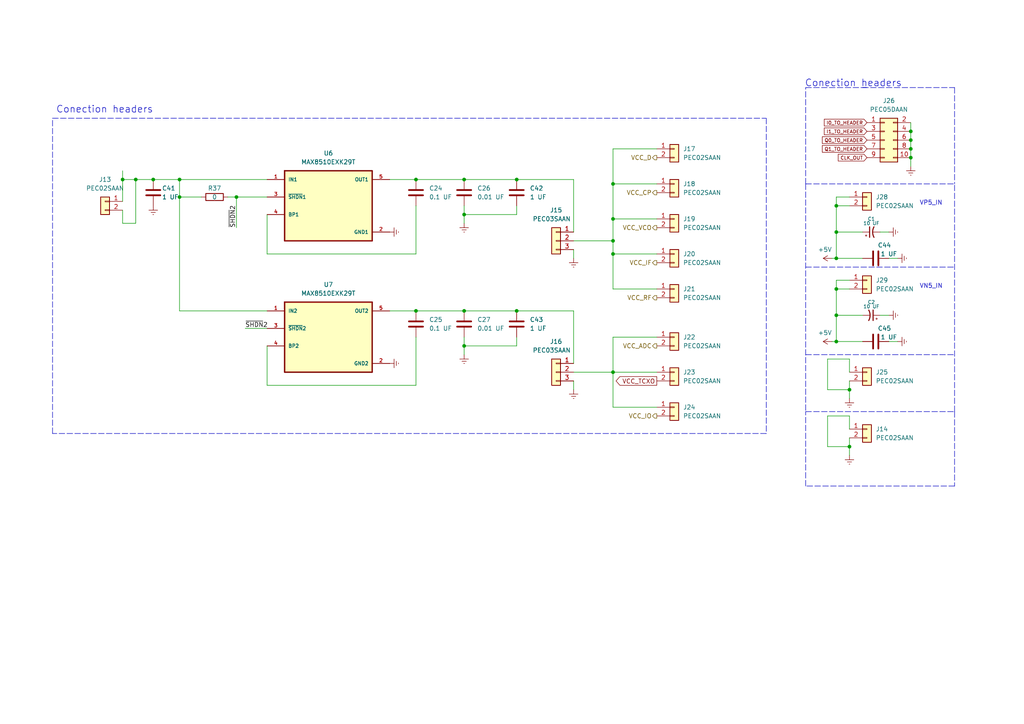
<source format=kicad_sch>
(kicad_sch (version 20211123) (generator eeschema)

  (uuid 3f6f0a70-88d2-4993-8988-0457180ad362)

  (paper "A4")

  (title_block
    (company "Tim McEvoy/Virginia Tech")
  )

  (lib_symbols
    (symbol "Connector_Generic:Conn_01x02" (pin_names (offset 1.016) hide) (in_bom yes) (on_board yes)
      (property "Reference" "J" (id 0) (at 0 2.54 0)
        (effects (font (size 1.27 1.27)))
      )
      (property "Value" "Conn_01x02" (id 1) (at 0 -5.08 0)
        (effects (font (size 1.27 1.27)))
      )
      (property "Footprint" "" (id 2) (at 0 0 0)
        (effects (font (size 1.27 1.27)) hide)
      )
      (property "Datasheet" "~" (id 3) (at 0 0 0)
        (effects (font (size 1.27 1.27)) hide)
      )
      (property "ki_keywords" "connector" (id 4) (at 0 0 0)
        (effects (font (size 1.27 1.27)) hide)
      )
      (property "ki_description" "Generic connector, single row, 01x02, script generated (kicad-library-utils/schlib/autogen/connector/)" (id 5) (at 0 0 0)
        (effects (font (size 1.27 1.27)) hide)
      )
      (property "ki_fp_filters" "Connector*:*_1x??_*" (id 6) (at 0 0 0)
        (effects (font (size 1.27 1.27)) hide)
      )
      (symbol "Conn_01x02_1_1"
        (rectangle (start -1.27 -2.413) (end 0 -2.667)
          (stroke (width 0.1524) (type default) (color 0 0 0 0))
          (fill (type none))
        )
        (rectangle (start -1.27 0.127) (end 0 -0.127)
          (stroke (width 0.1524) (type default) (color 0 0 0 0))
          (fill (type none))
        )
        (rectangle (start -1.27 1.27) (end 1.27 -3.81)
          (stroke (width 0.254) (type default) (color 0 0 0 0))
          (fill (type background))
        )
        (pin passive line (at -5.08 0 0) (length 3.81)
          (name "Pin_1" (effects (font (size 1.27 1.27))))
          (number "1" (effects (font (size 1.27 1.27))))
        )
        (pin passive line (at -5.08 -2.54 0) (length 3.81)
          (name "Pin_2" (effects (font (size 1.27 1.27))))
          (number "2" (effects (font (size 1.27 1.27))))
        )
      )
    )
    (symbol "Connector_Generic:Conn_01x03" (pin_names (offset 1.016) hide) (in_bom yes) (on_board yes)
      (property "Reference" "J" (id 0) (at 0 5.08 0)
        (effects (font (size 1.27 1.27)))
      )
      (property "Value" "Conn_01x03" (id 1) (at 0 -5.08 0)
        (effects (font (size 1.27 1.27)))
      )
      (property "Footprint" "" (id 2) (at 0 0 0)
        (effects (font (size 1.27 1.27)) hide)
      )
      (property "Datasheet" "~" (id 3) (at 0 0 0)
        (effects (font (size 1.27 1.27)) hide)
      )
      (property "ki_keywords" "connector" (id 4) (at 0 0 0)
        (effects (font (size 1.27 1.27)) hide)
      )
      (property "ki_description" "Generic connector, single row, 01x03, script generated (kicad-library-utils/schlib/autogen/connector/)" (id 5) (at 0 0 0)
        (effects (font (size 1.27 1.27)) hide)
      )
      (property "ki_fp_filters" "Connector*:*_1x??_*" (id 6) (at 0 0 0)
        (effects (font (size 1.27 1.27)) hide)
      )
      (symbol "Conn_01x03_1_1"
        (rectangle (start -1.27 -2.413) (end 0 -2.667)
          (stroke (width 0.1524) (type default) (color 0 0 0 0))
          (fill (type none))
        )
        (rectangle (start -1.27 0.127) (end 0 -0.127)
          (stroke (width 0.1524) (type default) (color 0 0 0 0))
          (fill (type none))
        )
        (rectangle (start -1.27 2.667) (end 0 2.413)
          (stroke (width 0.1524) (type default) (color 0 0 0 0))
          (fill (type none))
        )
        (rectangle (start -1.27 3.81) (end 1.27 -3.81)
          (stroke (width 0.254) (type default) (color 0 0 0 0))
          (fill (type background))
        )
        (pin passive line (at -5.08 2.54 0) (length 3.81)
          (name "Pin_1" (effects (font (size 1.27 1.27))))
          (number "1" (effects (font (size 1.27 1.27))))
        )
        (pin passive line (at -5.08 0 0) (length 3.81)
          (name "Pin_2" (effects (font (size 1.27 1.27))))
          (number "2" (effects (font (size 1.27 1.27))))
        )
        (pin passive line (at -5.08 -2.54 0) (length 3.81)
          (name "Pin_3" (effects (font (size 1.27 1.27))))
          (number "3" (effects (font (size 1.27 1.27))))
        )
      )
    )
    (symbol "Connector_Generic:Conn_02x05_Odd_Even" (pin_names (offset 1.016) hide) (in_bom yes) (on_board yes)
      (property "Reference" "J" (id 0) (at 1.27 7.62 0)
        (effects (font (size 1.27 1.27)))
      )
      (property "Value" "Conn_02x05_Odd_Even" (id 1) (at 1.27 -7.62 0)
        (effects (font (size 1.27 1.27)))
      )
      (property "Footprint" "" (id 2) (at 0 0 0)
        (effects (font (size 1.27 1.27)) hide)
      )
      (property "Datasheet" "~" (id 3) (at 0 0 0)
        (effects (font (size 1.27 1.27)) hide)
      )
      (property "ki_keywords" "connector" (id 4) (at 0 0 0)
        (effects (font (size 1.27 1.27)) hide)
      )
      (property "ki_description" "Generic connector, double row, 02x05, odd/even pin numbering scheme (row 1 odd numbers, row 2 even numbers), script generated (kicad-library-utils/schlib/autogen/connector/)" (id 5) (at 0 0 0)
        (effects (font (size 1.27 1.27)) hide)
      )
      (property "ki_fp_filters" "Connector*:*_2x??_*" (id 6) (at 0 0 0)
        (effects (font (size 1.27 1.27)) hide)
      )
      (symbol "Conn_02x05_Odd_Even_1_1"
        (rectangle (start -1.27 -4.953) (end 0 -5.207)
          (stroke (width 0.1524) (type default) (color 0 0 0 0))
          (fill (type none))
        )
        (rectangle (start -1.27 -2.413) (end 0 -2.667)
          (stroke (width 0.1524) (type default) (color 0 0 0 0))
          (fill (type none))
        )
        (rectangle (start -1.27 0.127) (end 0 -0.127)
          (stroke (width 0.1524) (type default) (color 0 0 0 0))
          (fill (type none))
        )
        (rectangle (start -1.27 2.667) (end 0 2.413)
          (stroke (width 0.1524) (type default) (color 0 0 0 0))
          (fill (type none))
        )
        (rectangle (start -1.27 5.207) (end 0 4.953)
          (stroke (width 0.1524) (type default) (color 0 0 0 0))
          (fill (type none))
        )
        (rectangle (start -1.27 6.35) (end 3.81 -6.35)
          (stroke (width 0.254) (type default) (color 0 0 0 0))
          (fill (type background))
        )
        (rectangle (start 3.81 -4.953) (end 2.54 -5.207)
          (stroke (width 0.1524) (type default) (color 0 0 0 0))
          (fill (type none))
        )
        (rectangle (start 3.81 -2.413) (end 2.54 -2.667)
          (stroke (width 0.1524) (type default) (color 0 0 0 0))
          (fill (type none))
        )
        (rectangle (start 3.81 0.127) (end 2.54 -0.127)
          (stroke (width 0.1524) (type default) (color 0 0 0 0))
          (fill (type none))
        )
        (rectangle (start 3.81 2.667) (end 2.54 2.413)
          (stroke (width 0.1524) (type default) (color 0 0 0 0))
          (fill (type none))
        )
        (rectangle (start 3.81 5.207) (end 2.54 4.953)
          (stroke (width 0.1524) (type default) (color 0 0 0 0))
          (fill (type none))
        )
        (pin passive line (at -5.08 5.08 0) (length 3.81)
          (name "Pin_1" (effects (font (size 1.27 1.27))))
          (number "1" (effects (font (size 1.27 1.27))))
        )
        (pin passive line (at 7.62 -5.08 180) (length 3.81)
          (name "Pin_10" (effects (font (size 1.27 1.27))))
          (number "10" (effects (font (size 1.27 1.27))))
        )
        (pin passive line (at 7.62 5.08 180) (length 3.81)
          (name "Pin_2" (effects (font (size 1.27 1.27))))
          (number "2" (effects (font (size 1.27 1.27))))
        )
        (pin passive line (at -5.08 2.54 0) (length 3.81)
          (name "Pin_3" (effects (font (size 1.27 1.27))))
          (number "3" (effects (font (size 1.27 1.27))))
        )
        (pin passive line (at 7.62 2.54 180) (length 3.81)
          (name "Pin_4" (effects (font (size 1.27 1.27))))
          (number "4" (effects (font (size 1.27 1.27))))
        )
        (pin passive line (at -5.08 0 0) (length 3.81)
          (name "Pin_5" (effects (font (size 1.27 1.27))))
          (number "5" (effects (font (size 1.27 1.27))))
        )
        (pin passive line (at 7.62 0 180) (length 3.81)
          (name "Pin_6" (effects (font (size 1.27 1.27))))
          (number "6" (effects (font (size 1.27 1.27))))
        )
        (pin passive line (at -5.08 -2.54 0) (length 3.81)
          (name "Pin_7" (effects (font (size 1.27 1.27))))
          (number "7" (effects (font (size 1.27 1.27))))
        )
        (pin passive line (at 7.62 -2.54 180) (length 3.81)
          (name "Pin_8" (effects (font (size 1.27 1.27))))
          (number "8" (effects (font (size 1.27 1.27))))
        )
        (pin passive line (at -5.08 -5.08 0) (length 3.81)
          (name "Pin_9" (effects (font (size 1.27 1.27))))
          (number "9" (effects (font (size 1.27 1.27))))
        )
      )
    )
    (symbol "Device:C" (pin_numbers hide) (pin_names (offset 0.254)) (in_bom yes) (on_board yes)
      (property "Reference" "C" (id 0) (at 0.635 2.54 0)
        (effects (font (size 1.27 1.27)) (justify left))
      )
      (property "Value" "C" (id 1) (at 0.635 -2.54 0)
        (effects (font (size 1.27 1.27)) (justify left))
      )
      (property "Footprint" "" (id 2) (at 0.9652 -3.81 0)
        (effects (font (size 1.27 1.27)) hide)
      )
      (property "Datasheet" "~" (id 3) (at 0 0 0)
        (effects (font (size 1.27 1.27)) hide)
      )
      (property "ki_keywords" "cap capacitor" (id 4) (at 0 0 0)
        (effects (font (size 1.27 1.27)) hide)
      )
      (property "ki_description" "Unpolarized capacitor" (id 5) (at 0 0 0)
        (effects (font (size 1.27 1.27)) hide)
      )
      (property "ki_fp_filters" "C_*" (id 6) (at 0 0 0)
        (effects (font (size 1.27 1.27)) hide)
      )
      (symbol "C_0_1"
        (polyline
          (pts
            (xy -2.032 -0.762)
            (xy 2.032 -0.762)
          )
          (stroke (width 0.508) (type default) (color 0 0 0 0))
          (fill (type none))
        )
        (polyline
          (pts
            (xy -2.032 0.762)
            (xy 2.032 0.762)
          )
          (stroke (width 0.508) (type default) (color 0 0 0 0))
          (fill (type none))
        )
      )
      (symbol "C_1_1"
        (pin passive line (at 0 3.81 270) (length 2.794)
          (name "~" (effects (font (size 1.27 1.27))))
          (number "1" (effects (font (size 1.27 1.27))))
        )
        (pin passive line (at 0 -3.81 90) (length 2.794)
          (name "~" (effects (font (size 1.27 1.27))))
          (number "2" (effects (font (size 1.27 1.27))))
        )
      )
    )
    (symbol "Device:C_Polarized_Small_US" (pin_numbers hide) (pin_names (offset 0.254) hide) (in_bom yes) (on_board yes)
      (property "Reference" "C" (id 0) (at 0.254 1.778 0)
        (effects (font (size 1.27 1.27)) (justify left))
      )
      (property "Value" "C_Polarized_Small_US" (id 1) (at 0.254 -2.032 0)
        (effects (font (size 1.27 1.27)) (justify left))
      )
      (property "Footprint" "" (id 2) (at 0 0 0)
        (effects (font (size 1.27 1.27)) hide)
      )
      (property "Datasheet" "~" (id 3) (at 0 0 0)
        (effects (font (size 1.27 1.27)) hide)
      )
      (property "ki_keywords" "cap capacitor" (id 4) (at 0 0 0)
        (effects (font (size 1.27 1.27)) hide)
      )
      (property "ki_description" "Polarized capacitor, small US symbol" (id 5) (at 0 0 0)
        (effects (font (size 1.27 1.27)) hide)
      )
      (property "ki_fp_filters" "CP_*" (id 6) (at 0 0 0)
        (effects (font (size 1.27 1.27)) hide)
      )
      (symbol "C_Polarized_Small_US_0_1"
        (polyline
          (pts
            (xy -1.524 0.508)
            (xy 1.524 0.508)
          )
          (stroke (width 0.3048) (type default) (color 0 0 0 0))
          (fill (type none))
        )
        (polyline
          (pts
            (xy -1.27 1.524)
            (xy -0.762 1.524)
          )
          (stroke (width 0) (type default) (color 0 0 0 0))
          (fill (type none))
        )
        (polyline
          (pts
            (xy -1.016 1.27)
            (xy -1.016 1.778)
          )
          (stroke (width 0) (type default) (color 0 0 0 0))
          (fill (type none))
        )
        (arc (start 1.524 -0.762) (mid 0 -0.3734) (end -1.524 -0.762)
          (stroke (width 0.3048) (type default) (color 0 0 0 0))
          (fill (type none))
        )
      )
      (symbol "C_Polarized_Small_US_1_1"
        (pin passive line (at 0 2.54 270) (length 2.032)
          (name "~" (effects (font (size 1.27 1.27))))
          (number "1" (effects (font (size 1.27 1.27))))
        )
        (pin passive line (at 0 -2.54 90) (length 2.032)
          (name "~" (effects (font (size 1.27 1.27))))
          (number "2" (effects (font (size 1.27 1.27))))
        )
      )
    )
    (symbol "Device:R" (pin_numbers hide) (pin_names (offset 0)) (in_bom yes) (on_board yes)
      (property "Reference" "R" (id 0) (at 2.032 0 90)
        (effects (font (size 1.27 1.27)))
      )
      (property "Value" "R" (id 1) (at 0 0 90)
        (effects (font (size 1.27 1.27)))
      )
      (property "Footprint" "" (id 2) (at -1.778 0 90)
        (effects (font (size 1.27 1.27)) hide)
      )
      (property "Datasheet" "~" (id 3) (at 0 0 0)
        (effects (font (size 1.27 1.27)) hide)
      )
      (property "ki_keywords" "R res resistor" (id 4) (at 0 0 0)
        (effects (font (size 1.27 1.27)) hide)
      )
      (property "ki_description" "Resistor" (id 5) (at 0 0 0)
        (effects (font (size 1.27 1.27)) hide)
      )
      (property "ki_fp_filters" "R_*" (id 6) (at 0 0 0)
        (effects (font (size 1.27 1.27)) hide)
      )
      (symbol "R_0_1"
        (rectangle (start -1.016 -2.54) (end 1.016 2.54)
          (stroke (width 0.254) (type default) (color 0 0 0 0))
          (fill (type none))
        )
      )
      (symbol "R_1_1"
        (pin passive line (at 0 3.81 270) (length 1.27)
          (name "~" (effects (font (size 1.27 1.27))))
          (number "1" (effects (font (size 1.27 1.27))))
        )
        (pin passive line (at 0 -3.81 90) (length 1.27)
          (name "~" (effects (font (size 1.27 1.27))))
          (number "2" (effects (font (size 1.27 1.27))))
        )
      )
    )
    (symbol "MAX8510EXK29T:MAX8510EXK29T" (pin_names (offset 1.016)) (in_bom yes) (on_board yes)
      (property "Reference" "U?" (id 0) (at 0 15.24 0)
        (effects (font (size 1.27 1.27)))
      )
      (property "Value" "MAX8510EXK29T" (id 1) (at 0 12.7 0)
        (effects (font (size 1.27 1.27)))
      )
      (property "Footprint" "SOT65P210X110-5N" (id 2) (at 0 0 0)
        (effects (font (size 1.27 1.27)) (justify bottom) hide)
      )
      (property "Datasheet" "" (id 3) (at 0 0 0)
        (effects (font (size 1.27 1.27)) hide)
      )
      (symbol "MAX8510EXK29T_0_0"
        (rectangle (start -12.7 -10.16) (end 12.7 10.16)
          (stroke (width 0.41) (type default) (color 0 0 0 0))
          (fill (type background))
        )
        (pin input line (at -17.78 7.62 0) (length 5.08)
          (name "IN1" (effects (font (size 1.016 1.016))))
          (number "1" (effects (font (size 1.016 1.016))))
        )
        (pin power_in line (at 17.78 -7.62 180) (length 5.08)
          (name "GND1" (effects (font (size 1.016 1.016))))
          (number "2" (effects (font (size 1.016 1.016))))
        )
        (pin bidirectional line (at -17.78 2.54 0) (length 5.08)
          (name "~{SHDN}1" (effects (font (size 1.016 1.016))))
          (number "3" (effects (font (size 1.016 1.016))))
        )
        (pin bidirectional line (at -17.78 -2.54 0) (length 5.08)
          (name "BP1" (effects (font (size 1.016 1.016))))
          (number "4" (effects (font (size 1.016 1.016))))
        )
        (pin output line (at 17.78 7.62 180) (length 5.08)
          (name "OUT1" (effects (font (size 1.016 1.016))))
          (number "5" (effects (font (size 1.016 1.016))))
        )
      )
    )
    (symbol "MAX8510EXK29T_1" (pin_names (offset 1.016)) (in_bom yes) (on_board yes)
      (property "Reference" "U?" (id 0) (at 0 15.24 0)
        (effects (font (size 1.27 1.27)))
      )
      (property "Value" "MAX8510EXK29T" (id 1) (at 0 12.7 0)
        (effects (font (size 1.27 1.27)))
      )
      (property "Footprint" "SOT65P210X110-5N" (id 2) (at 0 0 0)
        (effects (font (size 1.27 1.27)) (justify bottom) hide)
      )
      (property "Datasheet" "" (id 3) (at 0 0 0)
        (effects (font (size 1.27 1.27)) hide)
      )
      (symbol "MAX8510EXK29T_1_0_0"
        (rectangle (start -12.7 -10.16) (end 12.7 10.16)
          (stroke (width 0.41) (type default) (color 0 0 0 0))
          (fill (type background))
        )
        (pin input line (at -17.78 7.62 0) (length 5.08)
          (name "IN2" (effects (font (size 1.016 1.016))))
          (number "1" (effects (font (size 1.016 1.016))))
        )
        (pin power_in line (at 17.78 -7.62 180) (length 5.08)
          (name "GND2" (effects (font (size 1.016 1.016))))
          (number "2" (effects (font (size 1.016 1.016))))
        )
        (pin bidirectional line (at -17.78 2.54 0) (length 5.08)
          (name "~{SHDN}2" (effects (font (size 1.016 1.016))))
          (number "3" (effects (font (size 1.016 1.016))))
        )
        (pin bidirectional line (at -17.78 -2.54 0) (length 5.08)
          (name "BP2" (effects (font (size 1.016 1.016))))
          (number "4" (effects (font (size 1.016 1.016))))
        )
        (pin output line (at 17.78 7.62 180) (length 5.08)
          (name "OUT2" (effects (font (size 1.016 1.016))))
          (number "5" (effects (font (size 1.016 1.016))))
        )
      )
    )
    (symbol "power:+5V" (power) (pin_names (offset 0)) (in_bom yes) (on_board yes)
      (property "Reference" "#PWR" (id 0) (at 0 -3.81 0)
        (effects (font (size 1.27 1.27)) hide)
      )
      (property "Value" "+5V" (id 1) (at 0 3.556 0)
        (effects (font (size 1.27 1.27)))
      )
      (property "Footprint" "" (id 2) (at 0 0 0)
        (effects (font (size 1.27 1.27)) hide)
      )
      (property "Datasheet" "" (id 3) (at 0 0 0)
        (effects (font (size 1.27 1.27)) hide)
      )
      (property "ki_keywords" "power-flag" (id 4) (at 0 0 0)
        (effects (font (size 1.27 1.27)) hide)
      )
      (property "ki_description" "Power symbol creates a global label with name \"+5V\"" (id 5) (at 0 0 0)
        (effects (font (size 1.27 1.27)) hide)
      )
      (symbol "+5V_0_1"
        (polyline
          (pts
            (xy -0.762 1.27)
            (xy 0 2.54)
          )
          (stroke (width 0) (type default) (color 0 0 0 0))
          (fill (type none))
        )
        (polyline
          (pts
            (xy 0 0)
            (xy 0 2.54)
          )
          (stroke (width 0) (type default) (color 0 0 0 0))
          (fill (type none))
        )
        (polyline
          (pts
            (xy 0 2.54)
            (xy 0.762 1.27)
          )
          (stroke (width 0) (type default) (color 0 0 0 0))
          (fill (type none))
        )
      )
      (symbol "+5V_1_1"
        (pin power_in line (at 0 0 90) (length 0) hide
          (name "+5V" (effects (font (size 1.27 1.27))))
          (number "1" (effects (font (size 1.27 1.27))))
        )
      )
    )
    (symbol "power:Earth" (power) (pin_names (offset 0)) (in_bom yes) (on_board yes)
      (property "Reference" "#PWR" (id 0) (at 0 -6.35 0)
        (effects (font (size 1.27 1.27)) hide)
      )
      (property "Value" "Earth" (id 1) (at 0 -3.81 0)
        (effects (font (size 1.27 1.27)) hide)
      )
      (property "Footprint" "" (id 2) (at 0 0 0)
        (effects (font (size 1.27 1.27)) hide)
      )
      (property "Datasheet" "~" (id 3) (at 0 0 0)
        (effects (font (size 1.27 1.27)) hide)
      )
      (property "ki_keywords" "power-flag ground gnd" (id 4) (at 0 0 0)
        (effects (font (size 1.27 1.27)) hide)
      )
      (property "ki_description" "Power symbol creates a global label with name \"Earth\"" (id 5) (at 0 0 0)
        (effects (font (size 1.27 1.27)) hide)
      )
      (symbol "Earth_0_1"
        (polyline
          (pts
            (xy -0.635 -1.905)
            (xy 0.635 -1.905)
          )
          (stroke (width 0) (type default) (color 0 0 0 0))
          (fill (type none))
        )
        (polyline
          (pts
            (xy -0.127 -2.54)
            (xy 0.127 -2.54)
          )
          (stroke (width 0) (type default) (color 0 0 0 0))
          (fill (type none))
        )
        (polyline
          (pts
            (xy 0 -1.27)
            (xy 0 0)
          )
          (stroke (width 0) (type default) (color 0 0 0 0))
          (fill (type none))
        )
        (polyline
          (pts
            (xy 1.27 -1.27)
            (xy -1.27 -1.27)
          )
          (stroke (width 0) (type default) (color 0 0 0 0))
          (fill (type none))
        )
      )
      (symbol "Earth_1_1"
        (pin power_in line (at 0 0 270) (length 0) hide
          (name "Earth" (effects (font (size 1.27 1.27))))
          (number "1" (effects (font (size 1.27 1.27))))
        )
      )
    )
  )

  (junction (at 264.16 43.18) (diameter 0) (color 0 0 0 0)
    (uuid 18439488-fc0b-4b85-9768-4db023a9ba9d)
  )
  (junction (at 35.56 52.07) (diameter 0) (color 0 0 0 0)
    (uuid 1a90598f-c35d-4842-9ac4-196ff922fcb4)
  )
  (junction (at 264.16 40.64) (diameter 0) (color 0 0 0 0)
    (uuid 1d0c5670-74dd-4321-a663-1717c4b06540)
  )
  (junction (at 52.07 57.15) (diameter 0) (color 0 0 0 0)
    (uuid 263e3e6f-c472-4e97-b18e-6919acf3fc03)
  )
  (junction (at 177.8 69.85) (diameter 0) (color 0 0 0 0)
    (uuid 27abb472-a231-4643-827d-c1e18febbd2d)
  )
  (junction (at 242.57 74.93) (diameter 0) (color 0 0 0 0)
    (uuid 29f44aa1-d734-491e-b4e7-1091725acdfa)
  )
  (junction (at 39.37 52.07) (diameter 0) (color 0 0 0 0)
    (uuid 303d177b-dbc3-47cb-9c5f-0470361fc381)
  )
  (junction (at 68.58 57.15) (diameter 0) (color 0 0 0 0)
    (uuid 36459542-81bd-43e1-a6ea-c4f4fdb8e48c)
  )
  (junction (at 134.62 52.07) (diameter 0) (color 0 0 0 0)
    (uuid 43a3ea02-8cd5-4117-8334-479e46688535)
  )
  (junction (at 149.86 90.17) (diameter 0) (color 0 0 0 0)
    (uuid 5210a0b2-122b-42fa-83ca-785aa846a9fc)
  )
  (junction (at 134.62 90.17) (diameter 0) (color 0 0 0 0)
    (uuid 5cf3c5a4-78b2-42ad-8911-0b1353ae6c62)
  )
  (junction (at 177.8 107.95) (diameter 0) (color 0 0 0 0)
    (uuid 5e85a995-c2ce-4b1b-99bd-cfa68fe0bff4)
  )
  (junction (at 242.57 83.82) (diameter 0) (color 0 0 0 0)
    (uuid 6044c79a-befb-4e48-826a-e648a31297f0)
  )
  (junction (at 120.65 52.07) (diameter 0) (color 0 0 0 0)
    (uuid 61948c6b-9349-4269-8c36-540201b2dbd5)
  )
  (junction (at 242.57 59.69) (diameter 0) (color 0 0 0 0)
    (uuid 669213e9-f079-4d21-b449-25848275e3d7)
  )
  (junction (at 246.38 129.54) (diameter 0) (color 0 0 0 0)
    (uuid 6b233623-9d68-415e-abc3-cfe76146d763)
  )
  (junction (at 242.57 99.06) (diameter 0) (color 0 0 0 0)
    (uuid 77e586e8-41d8-416c-b17a-7e1326c7c456)
  )
  (junction (at 134.62 62.23) (diameter 0) (color 0 0 0 0)
    (uuid 8f333ea1-38b3-4d55-922e-3761c18f8b5d)
  )
  (junction (at 177.8 53.34) (diameter 0) (color 0 0 0 0)
    (uuid 9345a0be-c29e-4caa-a3fb-38ea76775c1d)
  )
  (junction (at 120.65 90.17) (diameter 0) (color 0 0 0 0)
    (uuid 975d2fea-c47b-45d8-9122-e0765dad048c)
  )
  (junction (at 242.57 91.44) (diameter 0) (color 0 0 0 0)
    (uuid b4b6f13c-af37-469d-9db1-e2ed2137f140)
  )
  (junction (at 264.16 45.72) (diameter 0) (color 0 0 0 0)
    (uuid badb1882-6d51-469f-b841-c9001f688faa)
  )
  (junction (at 177.8 63.5) (diameter 0) (color 0 0 0 0)
    (uuid bc31fd8a-8d7a-4a81-ad75-d7a11c68d85c)
  )
  (junction (at 52.07 52.07) (diameter 0) (color 0 0 0 0)
    (uuid c379ae73-3e5b-42b4-a49b-1e42a3741ebb)
  )
  (junction (at 264.16 38.1) (diameter 0) (color 0 0 0 0)
    (uuid c6e37fa1-efdf-4ea0-96b8-03fb588fcc60)
  )
  (junction (at 149.86 52.07) (diameter 0) (color 0 0 0 0)
    (uuid c8c341b2-60f1-4b3e-92f3-a3a8bf714956)
  )
  (junction (at 134.62 100.33) (diameter 0) (color 0 0 0 0)
    (uuid c9595d2b-7aff-4e75-b41b-2ff323928856)
  )
  (junction (at 242.57 67.31) (diameter 0) (color 0 0 0 0)
    (uuid deeae95f-760a-498d-9ebd-6d0bfb9e1370)
  )
  (junction (at 44.45 52.07) (diameter 0) (color 0 0 0 0)
    (uuid e21416d4-6623-4e4a-8620-3d98779b761c)
  )
  (junction (at 246.38 113.03) (diameter 0) (color 0 0 0 0)
    (uuid f45cfda8-85b6-467c-8c00-9a760930b1b6)
  )
  (junction (at 177.8 73.66) (diameter 0) (color 0 0 0 0)
    (uuid f8914ca5-e35c-4c41-9c34-f164d1d0a4f5)
  )

  (wire (pts (xy 177.8 53.34) (xy 177.8 63.5))
    (stroke (width 0) (type default) (color 0 0 0 0))
    (uuid 00544db1-ce06-4290-b74f-7b33c011e029)
  )
  (wire (pts (xy 255.27 91.44) (xy 257.81 91.44))
    (stroke (width 0) (type default) (color 0 0 0 0))
    (uuid 0d05f8d8-4da0-4983-b032-8a4cd4397e29)
  )
  (wire (pts (xy 134.62 52.07) (xy 149.86 52.07))
    (stroke (width 0) (type default) (color 0 0 0 0))
    (uuid 0e21ffd8-3af6-41ff-8a5f-4b4032b8a94d)
  )
  (wire (pts (xy 177.8 118.11) (xy 190.5 118.11))
    (stroke (width 0) (type default) (color 0 0 0 0))
    (uuid 11174efe-c762-4582-88e8-d347f6668895)
  )
  (wire (pts (xy 241.3 74.93) (xy 242.57 74.93))
    (stroke (width 0) (type default) (color 0 0 0 0))
    (uuid 16c058c0-b81b-4b28-b52f-37eacc28ca8b)
  )
  (wire (pts (xy 246.38 107.95) (xy 246.38 104.14))
    (stroke (width 0) (type default) (color 0 0 0 0))
    (uuid 24d9adfc-ec65-49ff-85a1-5b93b8dd3c6f)
  )
  (polyline (pts (xy 233.68 102.87) (xy 276.86 102.87))
    (stroke (width 0) (type default) (color 0 0 0 0))
    (uuid 268130f2-77e3-4dc1-9b5f-51b46eee5923)
  )

  (wire (pts (xy 134.62 100.33) (xy 149.86 100.33))
    (stroke (width 0) (type default) (color 0 0 0 0))
    (uuid 2837e26c-5f68-4b26-9240-95d23de55963)
  )
  (wire (pts (xy 257.81 99.06) (xy 260.35 99.06))
    (stroke (width 0) (type default) (color 0 0 0 0))
    (uuid 2a429faa-fb7b-42b9-8619-7df6f4500578)
  )
  (wire (pts (xy 177.8 43.18) (xy 177.8 53.34))
    (stroke (width 0) (type default) (color 0 0 0 0))
    (uuid 2a517e42-000f-483a-b7d0-995689ab393c)
  )
  (wire (pts (xy 113.03 90.17) (xy 120.65 90.17))
    (stroke (width 0) (type default) (color 0 0 0 0))
    (uuid 2c3d0695-310f-47f0-b689-5d91b5d46730)
  )
  (wire (pts (xy 52.07 52.07) (xy 52.07 57.15))
    (stroke (width 0) (type default) (color 0 0 0 0))
    (uuid 2ea69eb6-73e3-4519-92f4-cea52c994593)
  )
  (wire (pts (xy 134.62 62.23) (xy 149.86 62.23))
    (stroke (width 0) (type default) (color 0 0 0 0))
    (uuid 2fab4643-bbc9-4266-929e-9f582465bb50)
  )
  (wire (pts (xy 264.16 45.72) (xy 264.16 48.26))
    (stroke (width 0) (type default) (color 0 0 0 0))
    (uuid 3063ce1a-81d6-436d-bec6-fbb30fc75177)
  )
  (wire (pts (xy 166.37 69.85) (xy 177.8 69.85))
    (stroke (width 0) (type default) (color 0 0 0 0))
    (uuid 3179eb6f-2017-4cc8-83b6-fd520ce5e51d)
  )
  (wire (pts (xy 134.62 59.69) (xy 134.62 62.23))
    (stroke (width 0) (type default) (color 0 0 0 0))
    (uuid 351679ca-6734-4883-adc0-bc006ddf2063)
  )
  (wire (pts (xy 134.62 62.23) (xy 134.62 64.77))
    (stroke (width 0) (type default) (color 0 0 0 0))
    (uuid 38b4e75a-77ff-4621-b571-a369d5fa1405)
  )
  (wire (pts (xy 240.03 113.03) (xy 246.38 113.03))
    (stroke (width 0) (type default) (color 0 0 0 0))
    (uuid 38f39e36-0938-4090-9024-9e3e70c53d83)
  )
  (wire (pts (xy 77.47 73.66) (xy 120.65 73.66))
    (stroke (width 0) (type default) (color 0 0 0 0))
    (uuid 3952c079-16f7-41cd-bdc1-5abd904d6ddc)
  )
  (wire (pts (xy 177.8 97.79) (xy 190.5 97.79))
    (stroke (width 0) (type default) (color 0 0 0 0))
    (uuid 3ac8c22c-9035-4ec9-ada4-76c36c91a96f)
  )
  (wire (pts (xy 35.56 52.07) (xy 35.56 58.42))
    (stroke (width 0) (type default) (color 0 0 0 0))
    (uuid 3c4b074f-1924-4b33-9ea9-59e91564ec65)
  )
  (wire (pts (xy 39.37 52.07) (xy 39.37 64.77))
    (stroke (width 0) (type default) (color 0 0 0 0))
    (uuid 3ebb6f24-c9d6-49ef-bca9-53e4eb595c71)
  )
  (wire (pts (xy 149.86 97.79) (xy 149.86 100.33))
    (stroke (width 0) (type default) (color 0 0 0 0))
    (uuid 41c6bd3f-5318-45b9-9588-224a994087ef)
  )
  (wire (pts (xy 39.37 64.77) (xy 35.56 64.77))
    (stroke (width 0) (type default) (color 0 0 0 0))
    (uuid 457b5eed-0ea9-4d3b-9914-70ac2d7824c1)
  )
  (wire (pts (xy 120.65 73.66) (xy 120.65 59.69))
    (stroke (width 0) (type default) (color 0 0 0 0))
    (uuid 46ef48c5-f2aa-4c9f-bae0-1a701e383f44)
  )
  (polyline (pts (xy 222.25 125.73) (xy 15.24 125.73))
    (stroke (width 0) (type default) (color 0 0 0 0))
    (uuid 47b460ea-ba7a-4a0e-a39f-6a4b13c4eaa8)
  )

  (wire (pts (xy 166.37 52.07) (xy 166.37 67.31))
    (stroke (width 0) (type default) (color 0 0 0 0))
    (uuid 4a5d9884-ba48-45c0-a690-b71e1083a6b2)
  )
  (wire (pts (xy 242.57 67.31) (xy 250.19 67.31))
    (stroke (width 0) (type default) (color 0 0 0 0))
    (uuid 4b05ec01-67bc-429d-a1cb-1d9fc7558431)
  )
  (wire (pts (xy 242.57 57.15) (xy 242.57 59.69))
    (stroke (width 0) (type default) (color 0 0 0 0))
    (uuid 4c121230-2a24-47e9-bea8-2eaa35856171)
  )
  (wire (pts (xy 177.8 53.34) (xy 190.5 53.34))
    (stroke (width 0) (type default) (color 0 0 0 0))
    (uuid 4cfe8c0a-caaf-4ec9-9047-1625052622f8)
  )
  (polyline (pts (xy 233.68 119.38) (xy 276.86 119.38))
    (stroke (width 0) (type default) (color 0 0 0 0))
    (uuid 521e4462-ded5-4bf9-beea-ae1ed95ccdd7)
  )

  (wire (pts (xy 35.56 64.77) (xy 35.56 60.96))
    (stroke (width 0) (type default) (color 0 0 0 0))
    (uuid 534ca64a-6714-47dd-9bbc-39f0e19e9525)
  )
  (wire (pts (xy 177.8 107.95) (xy 190.5 107.95))
    (stroke (width 0) (type default) (color 0 0 0 0))
    (uuid 5422bc8a-db7b-4f39-94de-06729ff5bc08)
  )
  (wire (pts (xy 166.37 107.95) (xy 177.8 107.95))
    (stroke (width 0) (type default) (color 0 0 0 0))
    (uuid 54905b99-cd9f-4d8c-8b6c-2cfedb06117c)
  )
  (wire (pts (xy 242.57 74.93) (xy 250.19 74.93))
    (stroke (width 0) (type default) (color 0 0 0 0))
    (uuid 58ee18cc-b003-4657-b658-25cb46906ae2)
  )
  (wire (pts (xy 241.3 99.06) (xy 242.57 99.06))
    (stroke (width 0) (type default) (color 0 0 0 0))
    (uuid 5b1e3c3d-c89d-438f-a6ff-c6e5ebe30794)
  )
  (wire (pts (xy 246.38 81.28) (xy 242.57 81.28))
    (stroke (width 0) (type default) (color 0 0 0 0))
    (uuid 5db5200a-2884-4b90-ada3-40fdd90e7ab8)
  )
  (wire (pts (xy 120.65 90.17) (xy 134.62 90.17))
    (stroke (width 0) (type default) (color 0 0 0 0))
    (uuid 5e48523d-ce46-4b6a-b2ac-b8fd03b687ac)
  )
  (polyline (pts (xy 15.24 34.29) (xy 222.25 34.29))
    (stroke (width 0) (type default) (color 0 0 0 0))
    (uuid 635de06d-d76a-44fb-90b9-bbf0ddfae5b6)
  )
  (polyline (pts (xy 15.24 125.73) (xy 15.24 34.29))
    (stroke (width 0) (type default) (color 0 0 0 0))
    (uuid 64fe6074-7906-4187-b07a-92c3fe5f3a22)
  )

  (wire (pts (xy 240.03 104.14) (xy 240.03 113.03))
    (stroke (width 0) (type default) (color 0 0 0 0))
    (uuid 6774b215-a614-430f-bfb3-c11d72f85f21)
  )
  (wire (pts (xy 52.07 57.15) (xy 52.07 90.17))
    (stroke (width 0) (type default) (color 0 0 0 0))
    (uuid 67c4cfaf-e4dc-4b34-9f46-0773e6087e6f)
  )
  (polyline (pts (xy 233.68 53.34) (xy 233.68 119.38))
    (stroke (width 0) (type default) (color 0 0 0 0))
    (uuid 680ec63a-d8c5-46cc-977d-8985ac86c479)
  )

  (wire (pts (xy 35.56 49.53) (xy 35.56 52.07))
    (stroke (width 0) (type default) (color 0 0 0 0))
    (uuid 6a863752-4149-42d2-a903-b6f3f5e7af8d)
  )
  (wire (pts (xy 134.62 90.17) (xy 149.86 90.17))
    (stroke (width 0) (type default) (color 0 0 0 0))
    (uuid 6bbcd22e-04d7-4e7f-a9fe-93de72f6b900)
  )
  (wire (pts (xy 246.38 127) (xy 246.38 129.54))
    (stroke (width 0) (type default) (color 0 0 0 0))
    (uuid 6d160d76-f944-4a9b-a2d3-19291291bc22)
  )
  (wire (pts (xy 242.57 59.69) (xy 242.57 67.31))
    (stroke (width 0) (type default) (color 0 0 0 0))
    (uuid 6e7ab850-b712-4b11-ac0c-f580f6e097b8)
  )
  (wire (pts (xy 246.38 124.46) (xy 246.38 120.65))
    (stroke (width 0) (type default) (color 0 0 0 0))
    (uuid 6f6f520d-6137-44d4-a7db-66f47fe3b0ba)
  )
  (wire (pts (xy 44.45 52.07) (xy 52.07 52.07))
    (stroke (width 0) (type default) (color 0 0 0 0))
    (uuid 794de420-5fb5-4131-8731-e49fbb983e0c)
  )
  (wire (pts (xy 134.62 97.79) (xy 134.62 100.33))
    (stroke (width 0) (type default) (color 0 0 0 0))
    (uuid 7a51b3ec-f317-4e24-8b19-a52ab250fe88)
  )
  (wire (pts (xy 77.47 90.17) (xy 52.07 90.17))
    (stroke (width 0) (type default) (color 0 0 0 0))
    (uuid 7dadc6e8-8dd2-4f87-8eaf-4c6c210ccc23)
  )
  (polyline (pts (xy 222.25 34.29) (xy 222.25 125.73))
    (stroke (width 0) (type default) (color 0 0 0 0))
    (uuid 807ba7f4-f486-405a-895e-564e6836683d)
  )

  (wire (pts (xy 166.37 90.17) (xy 166.37 105.41))
    (stroke (width 0) (type default) (color 0 0 0 0))
    (uuid 89a2b82c-76e3-4c27-a5bd-ac260f8f7e98)
  )
  (wire (pts (xy 246.38 57.15) (xy 242.57 57.15))
    (stroke (width 0) (type default) (color 0 0 0 0))
    (uuid 89cc4085-8fb7-4362-b43e-450295fa4e33)
  )
  (polyline (pts (xy 276.86 119.38) (xy 276.86 140.97))
    (stroke (width 0) (type default) (color 0 0 0 0))
    (uuid 8a47371d-1f68-45c4-8dce-61528775d293)
  )

  (wire (pts (xy 255.27 67.31) (xy 257.81 67.31))
    (stroke (width 0) (type default) (color 0 0 0 0))
    (uuid 8a488c50-2fd8-44f0-9b52-7033e0afe63b)
  )
  (wire (pts (xy 120.65 52.07) (xy 134.62 52.07))
    (stroke (width 0) (type default) (color 0 0 0 0))
    (uuid 8bdf3540-d80c-4c22-8e76-a15ec984f50b)
  )
  (wire (pts (xy 177.8 107.95) (xy 177.8 118.11))
    (stroke (width 0) (type default) (color 0 0 0 0))
    (uuid 8d4d8335-d13c-4cbe-8e03-daeaff641035)
  )
  (wire (pts (xy 166.37 72.39) (xy 166.37 74.93))
    (stroke (width 0) (type default) (color 0 0 0 0))
    (uuid 8ff63d67-ab76-46ce-a148-44bb1145ac3b)
  )
  (wire (pts (xy 177.8 73.66) (xy 177.8 83.82))
    (stroke (width 0) (type default) (color 0 0 0 0))
    (uuid 90cb7ad3-75dd-489d-9c03-3c356fa2b131)
  )
  (polyline (pts (xy 233.68 77.47) (xy 276.86 77.47))
    (stroke (width 0) (type default) (color 0 0 0 0))
    (uuid 91c97330-1d8e-475b-b855-1c0bed8ebd51)
  )
  (polyline (pts (xy 276.86 119.38) (xy 276.86 53.34))
    (stroke (width 0) (type default) (color 0 0 0 0))
    (uuid 94521a36-5274-4e09-acfc-4b9745371354)
  )

  (wire (pts (xy 66.04 57.15) (xy 68.58 57.15))
    (stroke (width 0) (type default) (color 0 0 0 0))
    (uuid 95a553ed-67b7-4255-9bbb-d6235bcc8bf3)
  )
  (polyline (pts (xy 233.68 53.34) (xy 276.86 53.34))
    (stroke (width 0) (type default) (color 0 0 0 0))
    (uuid 9c12fed8-7165-4820-9450-370cadd111a4)
  )

  (wire (pts (xy 246.38 120.65) (xy 240.03 120.65))
    (stroke (width 0) (type default) (color 0 0 0 0))
    (uuid 9c772de5-35ad-4b39-b383-d851c488f066)
  )
  (wire (pts (xy 242.57 59.69) (xy 246.38 59.69))
    (stroke (width 0) (type default) (color 0 0 0 0))
    (uuid 9f34dee4-dbe1-4d69-95b9-4b75b2f11ed6)
  )
  (wire (pts (xy 242.57 91.44) (xy 250.19 91.44))
    (stroke (width 0) (type default) (color 0 0 0 0))
    (uuid a018eb27-5ed9-48ab-bb2e-6d03687a489b)
  )
  (wire (pts (xy 166.37 110.49) (xy 166.37 113.03))
    (stroke (width 0) (type default) (color 0 0 0 0))
    (uuid a03a736c-05ce-4103-b046-b888ebb7e8a7)
  )
  (polyline (pts (xy 276.86 25.4) (xy 276.86 53.34))
    (stroke (width 0) (type default) (color 0 0 0 0))
    (uuid a0889ec3-aad6-4531-8c30-933c30e30b48)
  )

  (wire (pts (xy 242.57 99.06) (xy 250.19 99.06))
    (stroke (width 0) (type default) (color 0 0 0 0))
    (uuid a0f48c98-0e59-4e1e-a09c-a4c5196cc4d7)
  )
  (polyline (pts (xy 233.68 25.4) (xy 251.46 25.4))
    (stroke (width 0) (type default) (color 0 0 0 0))
    (uuid aa13aa8b-fa4a-47c8-9fa5-6d8eee166376)
  )

  (wire (pts (xy 113.03 52.07) (xy 120.65 52.07))
    (stroke (width 0) (type default) (color 0 0 0 0))
    (uuid ac11d640-ee13-4be8-a7fa-72229c52084f)
  )
  (wire (pts (xy 71.12 95.25) (xy 77.47 95.25))
    (stroke (width 0) (type default) (color 0 0 0 0))
    (uuid ac333691-119f-4567-97bb-92d36ea35d49)
  )
  (wire (pts (xy 246.38 113.03) (xy 246.38 115.57))
    (stroke (width 0) (type default) (color 0 0 0 0))
    (uuid adf31155-09e9-49a9-8b57-6d743b334a02)
  )
  (wire (pts (xy 149.86 90.17) (xy 166.37 90.17))
    (stroke (width 0) (type default) (color 0 0 0 0))
    (uuid af2ffaf8-7b77-4a72-96da-a54e835f0e3c)
  )
  (wire (pts (xy 77.47 100.33) (xy 77.47 111.76))
    (stroke (width 0) (type default) (color 0 0 0 0))
    (uuid b2370e26-1194-4f07-995a-0bbfeff8f882)
  )
  (wire (pts (xy 264.16 35.56) (xy 264.16 38.1))
    (stroke (width 0) (type default) (color 0 0 0 0))
    (uuid b26a4b50-d322-4c38-9134-7f8b78185a76)
  )
  (wire (pts (xy 257.81 74.93) (xy 260.35 74.93))
    (stroke (width 0) (type default) (color 0 0 0 0))
    (uuid b5fe274f-2895-4356-b093-da6b68402fc9)
  )
  (wire (pts (xy 149.86 59.69) (xy 149.86 62.23))
    (stroke (width 0) (type default) (color 0 0 0 0))
    (uuid b77dbf5c-35ea-48d7-b31f-67651bc95264)
  )
  (wire (pts (xy 177.8 97.79) (xy 177.8 107.95))
    (stroke (width 0) (type default) (color 0 0 0 0))
    (uuid b7db8f5a-2523-499e-8bd5-7661c9437587)
  )
  (polyline (pts (xy 276.86 140.97) (xy 233.68 140.97))
    (stroke (width 0) (type default) (color 0 0 0 0))
    (uuid bafa319b-8d0a-423e-b3ba-c8ab16ecf93b)
  )

  (wire (pts (xy 242.57 83.82) (xy 246.38 83.82))
    (stroke (width 0) (type default) (color 0 0 0 0))
    (uuid bcc4fd7f-4738-4aff-9933-ebb5d9bc2f82)
  )
  (wire (pts (xy 77.47 62.23) (xy 77.47 73.66))
    (stroke (width 0) (type default) (color 0 0 0 0))
    (uuid bcf6d935-32f5-4207-8cef-28d1b66b7159)
  )
  (wire (pts (xy 246.38 104.14) (xy 240.03 104.14))
    (stroke (width 0) (type default) (color 0 0 0 0))
    (uuid c06c2095-3e95-4a48-80dd-d71ab3dc1d93)
  )
  (wire (pts (xy 242.57 83.82) (xy 242.57 91.44))
    (stroke (width 0) (type default) (color 0 0 0 0))
    (uuid cbcd992d-083d-49bd-a7b0-a7d9ad567a3e)
  )
  (wire (pts (xy 246.38 129.54) (xy 246.38 132.08))
    (stroke (width 0) (type default) (color 0 0 0 0))
    (uuid ce92992a-c5b3-492c-9de6-b8844e0fc8a1)
  )
  (wire (pts (xy 120.65 111.76) (xy 120.65 97.79))
    (stroke (width 0) (type default) (color 0 0 0 0))
    (uuid d0ed8891-4001-4713-9342-40cf086af6b2)
  )
  (wire (pts (xy 77.47 111.76) (xy 120.65 111.76))
    (stroke (width 0) (type default) (color 0 0 0 0))
    (uuid d2af1615-a441-48fe-b71d-ea622f0812e0)
  )
  (wire (pts (xy 264.16 43.18) (xy 264.16 45.72))
    (stroke (width 0) (type default) (color 0 0 0 0))
    (uuid d5843922-f58f-46bb-8e7b-44170ad43591)
  )
  (wire (pts (xy 264.16 40.64) (xy 264.16 43.18))
    (stroke (width 0) (type default) (color 0 0 0 0))
    (uuid db53f590-16d8-46ae-a458-6e942390f9f9)
  )
  (wire (pts (xy 240.03 120.65) (xy 240.03 129.54))
    (stroke (width 0) (type default) (color 0 0 0 0))
    (uuid df23f4c5-969d-413a-b45b-bcc25cb830f1)
  )
  (wire (pts (xy 39.37 52.07) (xy 44.45 52.07))
    (stroke (width 0) (type default) (color 0 0 0 0))
    (uuid df2c2e34-dbff-408b-a437-ac817ded4d47)
  )
  (wire (pts (xy 264.16 38.1) (xy 264.16 40.64))
    (stroke (width 0) (type default) (color 0 0 0 0))
    (uuid df313d0e-4677-4067-9514-f17661b13c28)
  )
  (wire (pts (xy 68.58 57.15) (xy 68.58 66.04))
    (stroke (width 0) (type default) (color 0 0 0 0))
    (uuid e16f9d27-db76-498f-9e5f-4b54ba50119e)
  )
  (polyline (pts (xy 233.68 53.34) (xy 233.68 25.4))
    (stroke (width 0) (type default) (color 0 0 0 0))
    (uuid e46c5ab6-0cab-4430-8acb-f8f8b51d9f4f)
  )

  (wire (pts (xy 149.86 52.07) (xy 166.37 52.07))
    (stroke (width 0) (type default) (color 0 0 0 0))
    (uuid e471a173-e907-4177-9a45-3fb7c2ca9302)
  )
  (wire (pts (xy 246.38 110.49) (xy 246.38 113.03))
    (stroke (width 0) (type default) (color 0 0 0 0))
    (uuid e9370306-3c8c-40b5-aabf-e82559fc3331)
  )
  (wire (pts (xy 177.8 83.82) (xy 190.5 83.82))
    (stroke (width 0) (type default) (color 0 0 0 0))
    (uuid ebc1c88f-ad92-465f-b57c-7c6034c705bc)
  )
  (wire (pts (xy 242.57 67.31) (xy 242.57 74.93))
    (stroke (width 0) (type default) (color 0 0 0 0))
    (uuid ebdd994f-997f-496e-95e2-4a4d82e873fa)
  )
  (wire (pts (xy 177.8 69.85) (xy 177.8 73.66))
    (stroke (width 0) (type default) (color 0 0 0 0))
    (uuid ecb1d061-451b-4a00-8d76-ed3494e86612)
  )
  (wire (pts (xy 134.62 100.33) (xy 134.62 102.87))
    (stroke (width 0) (type default) (color 0 0 0 0))
    (uuid ecf9434d-8f3a-4c6f-9fb0-48206bcab707)
  )
  (wire (pts (xy 52.07 57.15) (xy 58.42 57.15))
    (stroke (width 0) (type default) (color 0 0 0 0))
    (uuid ed6b81fc-cb5d-470d-9ad1-31945ed7a851)
  )
  (wire (pts (xy 177.8 43.18) (xy 190.5 43.18))
    (stroke (width 0) (type default) (color 0 0 0 0))
    (uuid ee691da3-fe6d-4423-9a14-c5737d9fb2ad)
  )
  (wire (pts (xy 242.57 81.28) (xy 242.57 83.82))
    (stroke (width 0) (type default) (color 0 0 0 0))
    (uuid eea30fab-4cbc-49b7-8d40-24bb3bcae61f)
  )
  (polyline (pts (xy 250.19 25.4) (xy 276.86 25.4))
    (stroke (width 0) (type default) (color 0 0 0 0))
    (uuid f0ce8d81-904a-40cc-8312-2eb1d69d9e02)
  )

  (wire (pts (xy 242.57 91.44) (xy 242.57 99.06))
    (stroke (width 0) (type default) (color 0 0 0 0))
    (uuid f393aec7-0231-4200-821d-d062b66b8a35)
  )
  (wire (pts (xy 177.8 63.5) (xy 177.8 69.85))
    (stroke (width 0) (type default) (color 0 0 0 0))
    (uuid f3c7856c-edd3-45f1-a4d2-512a3ec77cad)
  )
  (wire (pts (xy 240.03 129.54) (xy 246.38 129.54))
    (stroke (width 0) (type default) (color 0 0 0 0))
    (uuid f48b17c9-2238-43dc-8b99-31a8d0e81fa9)
  )
  (wire (pts (xy 68.58 57.15) (xy 77.47 57.15))
    (stroke (width 0) (type default) (color 0 0 0 0))
    (uuid f57f57cc-a079-4c2e-bb02-c723b42c19d5)
  )
  (polyline (pts (xy 233.68 140.97) (xy 233.68 119.38))
    (stroke (width 0) (type default) (color 0 0 0 0))
    (uuid f748805e-a65a-47fe-b3cd-1792def5c242)
  )

  (wire (pts (xy 35.56 52.07) (xy 39.37 52.07))
    (stroke (width 0) (type default) (color 0 0 0 0))
    (uuid fbacce2d-4bb0-4479-aa56-35783f243c66)
  )
  (wire (pts (xy 52.07 52.07) (xy 77.47 52.07))
    (stroke (width 0) (type default) (color 0 0 0 0))
    (uuid fbd5f939-cc9c-4dc6-b63c-d3a4c6b37248)
  )
  (wire (pts (xy 177.8 73.66) (xy 190.5 73.66))
    (stroke (width 0) (type default) (color 0 0 0 0))
    (uuid fbfe9a85-c9c2-4da0-8881-defc0d0be552)
  )
  (wire (pts (xy 177.8 63.5) (xy 190.5 63.5))
    (stroke (width 0) (type default) (color 0 0 0 0))
    (uuid fcbf3578-415a-4665-83ea-912442794dc7)
  )

  (text "VP5_IN" (at 266.7 59.69 0)
    (effects (font (size 1.27 1.27)) (justify left bottom))
    (uuid 283e5449-f5bb-4bcc-a00e-cf83871fbe60)
  )
  (text "VN5_IN" (at 266.7 83.82 0)
    (effects (font (size 1.27 1.27)) (justify left bottom))
    (uuid 79ed40cc-b96c-42c2-bbe8-c0da118cdf75)
  )
  (text "Conection headers" (at 261.62 25.4 180)
    (effects (font (size 2 2)) (justify right bottom))
    (uuid 9e825b13-8352-44d0-b258-7bccd732909b)
  )
  (text "Conection headers" (at 44.45 33.02 180)
    (effects (font (size 2 2)) (justify right bottom))
    (uuid e81ecebd-5adf-4d5f-bac5-bc0e740d881a)
  )

  (label "~{SHDN}2" (at 71.12 95.25 0)
    (effects (font (size 1.27 1.27)) (justify left bottom))
    (uuid 39009c42-d93f-4dd5-bc18-3a0f77307efb)
  )
  (label "~{SHDN}2" (at 68.58 66.04 90)
    (effects (font (size 1.27 1.27)) (justify left bottom))
    (uuid 3a227b5c-952f-4c72-80d8-106e64b9d002)
  )

  (global_label "I0_TO_HEADER" (shape input) (at 251.46 35.56 180) (fields_autoplaced)
    (effects (font (size 1 1)) (justify right))
    (uuid 10a5caf8-f44f-47a1-bced-02748adc1e70)
    (property "Intersheet References" "${INTERSHEET_REFS}" (id 0) (at 239.0838 35.4975 0)
      (effects (font (size 1 1)) (justify right) hide)
    )
  )
  (global_label "VCC_TCXO" (shape output) (at 190.5 110.49 180) (fields_autoplaced)
    (effects (font (size 1.27 1.27)) (justify right))
    (uuid 4a04aad2-9a2c-434e-905a-aa5355a2b767)
    (property "Intersheet References" "${INTERSHEET_REFS}" (id 0) (at 178.7131 110.4106 0)
      (effects (font (size 1.27 1.27)) (justify right) hide)
    )
  )
  (global_label "CLK_OUT" (shape input) (at 251.46 45.72 180) (fields_autoplaced)
    (effects (font (size 1 1)) (justify right))
    (uuid 539cdc65-cc09-43ec-8760-1b3f672cfc17)
    (property "Intersheet References" "${INTERSHEET_REFS}" (id 0) (at 243.1314 45.6575 0)
      (effects (font (size 1 1)) (justify right) hide)
    )
  )
  (global_label "I1_TO_HEADER" (shape input) (at 251.46 38.1 180) (fields_autoplaced)
    (effects (font (size 1 1)) (justify right))
    (uuid 8d84629c-7f42-4e4d-8926-8af1b911d9b0)
    (property "Intersheet References" "${INTERSHEET_REFS}" (id 0) (at 239.0838 38.0375 0)
      (effects (font (size 1 1)) (justify right) hide)
    )
  )
  (global_label "Q0_TO_HEADER" (shape input) (at 251.46 40.64 180) (fields_autoplaced)
    (effects (font (size 1 1)) (justify right))
    (uuid 9b59a5ea-9477-4ea7-9b0d-bb554ef020bc)
    (property "Intersheet References" "${INTERSHEET_REFS}" (id 0) (at 238.5124 40.5775 0)
      (effects (font (size 1 1)) (justify right) hide)
    )
  )
  (global_label "Q1_TO_HEADER" (shape input) (at 251.46 43.18 180) (fields_autoplaced)
    (effects (font (size 1 1)) (justify right))
    (uuid ba3ed6cf-f3d9-4532-80ee-6c9ffd38c6fe)
    (property "Intersheet References" "${INTERSHEET_REFS}" (id 0) (at 238.5124 43.1175 0)
      (effects (font (size 1 1)) (justify right) hide)
    )
  )

  (hierarchical_label "VCC_IO" (shape output) (at 190.5 120.65 180)
    (effects (font (size 1.27 1.27)) (justify right))
    (uuid 1deaa34c-c042-4da7-8a30-01ff0bef1504)
  )
  (hierarchical_label "VCC_CP" (shape output) (at 190.5 55.88 180)
    (effects (font (size 1.27 1.27)) (justify right))
    (uuid 3b45b61a-4fcd-47cb-8f49-57f5a562a000)
  )
  (hierarchical_label "VCC_IF" (shape output) (at 190.5 76.2 180)
    (effects (font (size 1.27 1.27)) (justify right))
    (uuid 5b77c717-dfc3-400f-9468-ce8e08b53b99)
  )
  (hierarchical_label "VCC_VCO" (shape output) (at 190.5 66.04 180)
    (effects (font (size 1.27 1.27)) (justify right))
    (uuid 8e0f9336-51b7-4a5f-b970-277cf63e5240)
  )
  (hierarchical_label "VCC_RF" (shape output) (at 190.5 86.36 180)
    (effects (font (size 1.27 1.27)) (justify right))
    (uuid 92bf1d7a-50aa-4723-8b70-bbe24df18326)
  )
  (hierarchical_label "VCC_ADC" (shape output) (at 190.5 100.33 180)
    (effects (font (size 1.27 1.27)) (justify right))
    (uuid e19a958c-0a0b-4903-b453-9737e47efded)
  )
  (hierarchical_label "VCC_D" (shape output) (at 190.5 45.72 180)
    (effects (font (size 1.27 1.27)) (justify right))
    (uuid fddc8e20-197f-473c-bed6-ba16dbe7a264)
  )

  (symbol (lib_id "Connector_Generic:Conn_01x03") (at 161.29 107.95 0) (mirror y) (unit 1)
    (in_bom yes) (on_board yes)
    (uuid 05d55c78-a82d-4b6d-bd2d-4f2f46f5aa14)
    (property "Reference" "J16" (id 0) (at 161.29 99.06 0))
    (property "Value" "PEC03SAAN" (id 1) (at 160.02 101.6 0))
    (property "Footprint" "PEC03SAAN:HDRV3W64P0X254_1X3_762X254X838P" (id 2) (at 161.29 107.95 0)
      (effects (font (size 1.27 1.27)) hide)
    )
    (property "Datasheet" "https://s3.amazonaws.com/catalogspreads-pdf/PAGE112-113%20.100%20MALE%20HDR.pdf" (id 3) (at 161.29 107.95 0)
      (effects (font (size 1.27 1.27)) hide)
    )
    (pin "1" (uuid 7534eaf0-9d61-4fcc-affb-5034d60e01f2))
    (pin "2" (uuid f941574d-cc37-4dd4-890f-68e81ed5e8b5))
    (pin "3" (uuid 8f5ff1c7-a92b-4226-b65c-5fb90d54a2da))
  )

  (symbol (lib_id "Connector_Generic:Conn_01x02") (at 195.58 97.79 0) (unit 1)
    (in_bom yes) (on_board yes) (fields_autoplaced)
    (uuid 0c3572bd-8b30-4b2a-81c9-7b28cb85beb3)
    (property "Reference" "J22" (id 0) (at 198.12 97.7899 0)
      (effects (font (size 1.27 1.27)) (justify left))
    )
    (property "Value" "PEC02SAAN" (id 1) (at 198.12 100.3299 0)
      (effects (font (size 1.27 1.27)) (justify left))
    )
    (property "Footprint" "PEC02SAAN:HDRV2W64P0X254_1X2_508X254X838P" (id 2) (at 195.58 97.79 0)
      (effects (font (size 1.27 1.27)) hide)
    )
    (property "Datasheet" "https://s3.amazonaws.com/catalogspreads-pdf/PAGE112-113%20.100%20MALE%20HDR.pdf" (id 3) (at 195.58 97.79 0)
      (effects (font (size 1.27 1.27)) hide)
    )
    (pin "1" (uuid 3f644878-071c-420b-bcb6-d63f1b2dd037))
    (pin "2" (uuid 9a01f417-a273-4e41-8532-a0c34555a2b1))
  )

  (symbol (lib_id "power:Earth") (at 44.45 59.69 0) (unit 1)
    (in_bom yes) (on_board yes) (fields_autoplaced)
    (uuid 17ebe2e2-cd82-4430-9913-1e654cc5bf31)
    (property "Reference" "#PWR0111" (id 0) (at 44.45 66.04 0)
      (effects (font (size 1.27 1.27)) hide)
    )
    (property "Value" "Earth" (id 1) (at 44.45 63.5 0)
      (effects (font (size 1.27 1.27)) hide)
    )
    (property "Footprint" "" (id 2) (at 44.45 59.69 0)
      (effects (font (size 1.27 1.27)) hide)
    )
    (property "Datasheet" "~" (id 3) (at 44.45 59.69 0)
      (effects (font (size 1.27 1.27)) hide)
    )
    (pin "1" (uuid 3398727c-7f75-4db9-8edc-c23a943f9940))
  )

  (symbol (lib_id "Connector_Generic:Conn_01x02") (at 195.58 83.82 0) (unit 1)
    (in_bom yes) (on_board yes) (fields_autoplaced)
    (uuid 18994a34-5693-4ce5-930d-81f00af79ff7)
    (property "Reference" "J21" (id 0) (at 198.12 83.8199 0)
      (effects (font (size 1.27 1.27)) (justify left))
    )
    (property "Value" "PEC02SAAN" (id 1) (at 198.12 86.3599 0)
      (effects (font (size 1.27 1.27)) (justify left))
    )
    (property "Footprint" "PEC02SAAN:HDRV2W64P0X254_1X2_508X254X838P" (id 2) (at 195.58 83.82 0)
      (effects (font (size 1.27 1.27)) hide)
    )
    (property "Datasheet" "https://s3.amazonaws.com/catalogspreads-pdf/PAGE112-113%20.100%20MALE%20HDR.pdf" (id 3) (at 195.58 83.82 0)
      (effects (font (size 1.27 1.27)) hide)
    )
    (pin "1" (uuid 3a4b9a2e-3204-4320-93e3-742824a0a708))
    (pin "2" (uuid aeae2a39-9071-456c-8378-79b54fad926e))
  )

  (symbol (lib_id "Connector_Generic:Conn_01x02") (at 195.58 63.5 0) (unit 1)
    (in_bom yes) (on_board yes) (fields_autoplaced)
    (uuid 249c03f1-1735-4efd-b1a0-edbb1b101f11)
    (property "Reference" "J19" (id 0) (at 198.12 63.4999 0)
      (effects (font (size 1.27 1.27)) (justify left))
    )
    (property "Value" "PEC02SAAN" (id 1) (at 198.12 66.0399 0)
      (effects (font (size 1.27 1.27)) (justify left))
    )
    (property "Footprint" "PEC02SAAN:HDRV2W64P0X254_1X2_508X254X838P" (id 2) (at 195.58 63.5 0)
      (effects (font (size 1.27 1.27)) hide)
    )
    (property "Datasheet" "https://s3.amazonaws.com/catalogspreads-pdf/PAGE112-113%20.100%20MALE%20HDR.pdf" (id 3) (at 195.58 63.5 0)
      (effects (font (size 1.27 1.27)) hide)
    )
    (pin "1" (uuid 5477bec3-2cb0-4f93-8156-8af0d7a5bd22))
    (pin "2" (uuid 3ad21fe8-0cb7-4a06-8623-ecd6009bed04))
  )

  (symbol (lib_id "Connector_Generic:Conn_01x02") (at 195.58 118.11 0) (unit 1)
    (in_bom yes) (on_board yes) (fields_autoplaced)
    (uuid 28559a6f-e051-43f1-93ce-196190c89ed2)
    (property "Reference" "J24" (id 0) (at 198.12 118.1099 0)
      (effects (font (size 1.27 1.27)) (justify left))
    )
    (property "Value" "PEC02SAAN" (id 1) (at 198.12 120.6499 0)
      (effects (font (size 1.27 1.27)) (justify left))
    )
    (property "Footprint" "PEC02SAAN:HDRV2W64P0X254_1X2_508X254X838P" (id 2) (at 195.58 118.11 0)
      (effects (font (size 1.27 1.27)) hide)
    )
    (property "Datasheet" "https://s3.amazonaws.com/catalogspreads-pdf/PAGE112-113%20.100%20MALE%20HDR.pdf" (id 3) (at 195.58 118.11 0)
      (effects (font (size 1.27 1.27)) hide)
    )
    (pin "1" (uuid 7669c94d-7f62-4398-8e1c-a64d07e609be))
    (pin "2" (uuid 05637686-85ac-4429-966d-e1dda011d4eb))
  )

  (symbol (lib_id "power:Earth") (at 246.38 115.57 0) (unit 1)
    (in_bom yes) (on_board yes) (fields_autoplaced)
    (uuid 2ce944f2-6a28-4b48-9f46-83a6dde2b75b)
    (property "Reference" "#PWR0122" (id 0) (at 246.38 121.92 0)
      (effects (font (size 1.27 1.27)) hide)
    )
    (property "Value" "Earth" (id 1) (at 246.38 119.38 0)
      (effects (font (size 1.27 1.27)) hide)
    )
    (property "Footprint" "" (id 2) (at 246.38 115.57 0)
      (effects (font (size 1.27 1.27)) hide)
    )
    (property "Datasheet" "~" (id 3) (at 246.38 115.57 0)
      (effects (font (size 1.27 1.27)) hide)
    )
    (pin "1" (uuid 27389f41-5b4e-494b-b276-c2443a9042e8))
  )

  (symbol (lib_id "Device:C_Polarized_Small_US") (at 252.73 67.31 90) (unit 1)
    (in_bom yes) (on_board yes)
    (uuid 2f7353ae-67cf-4bce-8872-69f384995047)
    (property "Reference" "C1" (id 0) (at 252.73 63.5 90)
      (effects (font (size 1 1)))
    )
    (property "Value" "10 UF" (id 1) (at 252.73 64.77 90)
      (effects (font (size 1 1)))
    )
    (property "Footprint" "" (id 2) (at 252.73 67.31 0)
      (effects (font (size 1.27 1.27)) hide)
    )
    (property "Datasheet" "~" (id 3) (at 252.73 67.31 0)
      (effects (font (size 1.27 1.27)) hide)
    )
    (pin "1" (uuid 1a3fa2d6-ee03-4513-b9d3-5a687c5373da))
    (pin "2" (uuid d0a1a504-dfd2-420b-98e7-1ccb86f9383d))
  )

  (symbol (lib_id "Device:C") (at 134.62 55.88 0) (unit 1)
    (in_bom yes) (on_board yes) (fields_autoplaced)
    (uuid 35c0d89f-b83e-48f2-853c-f3d4c51130e7)
    (property "Reference" "C26" (id 0) (at 138.43 54.6099 0)
      (effects (font (size 1.27 1.27)) (justify left))
    )
    (property "Value" "0.01 UF" (id 1) (at 138.43 57.1499 0)
      (effects (font (size 1.27 1.27)) (justify left))
    )
    (property "Footprint" "" (id 2) (at 135.5852 59.69 0)
      (effects (font (size 1.27 1.27)) hide)
    )
    (property "Datasheet" "~" (id 3) (at 134.62 55.88 0)
      (effects (font (size 1.27 1.27)) hide)
    )
    (pin "1" (uuid a8b7e003-5b1c-4bd3-8d3e-74b85b6483f9))
    (pin "2" (uuid c966c545-5739-4be2-9bd3-91ca410a457d))
  )

  (symbol (lib_id "Connector_Generic:Conn_01x02") (at 30.48 58.42 0) (mirror y) (unit 1)
    (in_bom yes) (on_board yes) (fields_autoplaced)
    (uuid 459d6a6f-a9d0-4513-9ec0-9a5432a0c697)
    (property "Reference" "J13" (id 0) (at 30.48 52.07 0))
    (property "Value" "PEC02SAAN" (id 1) (at 30.48 54.61 0))
    (property "Footprint" "PEC02SAAN:HDRV2W64P0X254_1X2_508X254X838P" (id 2) (at 30.48 58.42 0)
      (effects (font (size 1.27 1.27)) hide)
    )
    (property "Datasheet" "https://s3.amazonaws.com/catalogspreads-pdf/PAGE112-113%20.100%20MALE%20HDR.pdf" (id 3) (at 30.48 58.42 0)
      (effects (font (size 1.27 1.27)) hide)
    )
    (pin "1" (uuid bebc65cf-ec04-4bd4-94c6-9b76a7436667))
    (pin "2" (uuid 377ad6d7-206d-4018-9ed1-309fb51b2f5f))
  )

  (symbol (lib_id "Device:C") (at 254 74.93 270) (unit 1)
    (in_bom yes) (on_board yes)
    (uuid 464258f5-09d2-4f7c-958a-ae4dbb23920a)
    (property "Reference" "C44" (id 0) (at 256.54 71.12 90))
    (property "Value" "1 UF" (id 1) (at 257.81 73.66 90))
    (property "Footprint" "" (id 2) (at 250.19 75.8952 0)
      (effects (font (size 1.27 1.27)) hide)
    )
    (property "Datasheet" "~" (id 3) (at 254 74.93 0)
      (effects (font (size 1.27 1.27)) hide)
    )
    (pin "1" (uuid 856501a1-6e7c-4066-8098-b0cdcf4fa469))
    (pin "2" (uuid 52ce4620-601d-4075-af6d-170e072e0a8e))
  )

  (symbol (lib_id "Connector_Generic:Conn_01x02") (at 195.58 43.18 0) (unit 1)
    (in_bom yes) (on_board yes) (fields_autoplaced)
    (uuid 49f22f54-2338-49fa-b4cc-6bf1c3a11561)
    (property "Reference" "J17" (id 0) (at 198.12 43.1799 0)
      (effects (font (size 1.27 1.27)) (justify left))
    )
    (property "Value" "PEC02SAAN" (id 1) (at 198.12 45.7199 0)
      (effects (font (size 1.27 1.27)) (justify left))
    )
    (property "Footprint" "PEC02SAAN:HDRV2W64P0X254_1X2_508X254X838P" (id 2) (at 195.58 43.18 0)
      (effects (font (size 1.27 1.27)) hide)
    )
    (property "Datasheet" "https://s3.amazonaws.com/catalogspreads-pdf/PAGE112-113%20.100%20MALE%20HDR.pdf" (id 3) (at 195.58 43.18 0)
      (effects (font (size 1.27 1.27)) hide)
    )
    (pin "1" (uuid 33328106-24e5-42c1-94c0-51af37c61a40))
    (pin "2" (uuid 00b72274-7707-4bd8-9918-854e086c5a74))
  )

  (symbol (lib_id "Connector_Generic:Conn_01x02") (at 251.46 107.95 0) (unit 1)
    (in_bom yes) (on_board yes) (fields_autoplaced)
    (uuid 4a5f48bd-0c1b-482b-bfab-e1a0cc6d57c0)
    (property "Reference" "J25" (id 0) (at 254 107.9499 0)
      (effects (font (size 1.27 1.27)) (justify left))
    )
    (property "Value" "PEC02SAAN" (id 1) (at 254 110.4899 0)
      (effects (font (size 1.27 1.27)) (justify left))
    )
    (property "Footprint" "PEC02SAAN:HDRV2W64P0X254_1X2_508X254X838P" (id 2) (at 251.46 107.95 0)
      (effects (font (size 1.27 1.27)) hide)
    )
    (property "Datasheet" "https://s3.amazonaws.com/catalogspreads-pdf/PAGE112-113%20.100%20MALE%20HDR.pdf" (id 3) (at 251.46 107.95 0)
      (effects (font (size 1.27 1.27)) hide)
    )
    (pin "1" (uuid 083c9605-4ca1-48f9-84d0-bf473eebfe3b))
    (pin "2" (uuid 2b8470fc-77a0-4f95-9567-436a6a366ec1))
  )

  (symbol (lib_id "Connector_Generic:Conn_01x02") (at 195.58 73.66 0) (unit 1)
    (in_bom yes) (on_board yes) (fields_autoplaced)
    (uuid 57bda037-85e3-45b1-baf3-9abd32df6142)
    (property "Reference" "J20" (id 0) (at 198.12 73.6599 0)
      (effects (font (size 1.27 1.27)) (justify left))
    )
    (property "Value" "PEC02SAAN" (id 1) (at 198.12 76.1999 0)
      (effects (font (size 1.27 1.27)) (justify left))
    )
    (property "Footprint" "PEC02SAAN:HDRV2W64P0X254_1X2_508X254X838P" (id 2) (at 195.58 73.66 0)
      (effects (font (size 1.27 1.27)) hide)
    )
    (property "Datasheet" "https://s3.amazonaws.com/catalogspreads-pdf/PAGE112-113%20.100%20MALE%20HDR.pdf" (id 3) (at 195.58 73.66 0)
      (effects (font (size 1.27 1.27)) hide)
    )
    (pin "1" (uuid 41cd86bc-dbae-4ebc-86fe-1c0e25533a8b))
    (pin "2" (uuid 7fc29b4d-476d-40fb-bc0e-65fd1cebd349))
  )

  (symbol (lib_id "Device:C") (at 254 99.06 270) (unit 1)
    (in_bom yes) (on_board yes)
    (uuid 5e43c46a-5d95-4799-8f71-d226a261879a)
    (property "Reference" "C45" (id 0) (at 256.54 95.25 90))
    (property "Value" "1 UF" (id 1) (at 257.81 97.79 90))
    (property "Footprint" "" (id 2) (at 250.19 100.0252 0)
      (effects (font (size 1.27 1.27)) hide)
    )
    (property "Datasheet" "~" (id 3) (at 254 99.06 0)
      (effects (font (size 1.27 1.27)) hide)
    )
    (pin "1" (uuid c695ef19-26b4-4f43-bfc5-9cc92d9aec2a))
    (pin "2" (uuid c9ce2262-9233-42f4-a000-46ca2e66ab29))
  )

  (symbol (lib_id "MAX8510EXK29T:MAX8510EXK29T") (at 95.25 59.69 0) (unit 1)
    (in_bom yes) (on_board yes) (fields_autoplaced)
    (uuid 616677a9-02fc-4caa-a9b7-f225e60f6f01)
    (property "Reference" "U6" (id 0) (at 95.25 44.45 0))
    (property "Value" "MAX8510EXK29T" (id 1) (at 95.25 46.99 0))
    (property "Footprint" "SOT65P210X110-5N" (id 2) (at 95.25 59.69 0)
      (effects (font (size 1.27 1.27)) (justify bottom) hide)
    )
    (property "Datasheet" "https://www.mouser.com/datasheet/2/256/MAX8510_MAX8512-1515907.pdf" (id 3) (at 95.25 59.69 0)
      (effects (font (size 1.27 1.27)) hide)
    )
    (pin "1" (uuid 05d55958-2500-4551-8f83-58f5037b0d96))
    (pin "2" (uuid 01f98ed6-e571-4e43-8b43-6bbfb2df5708))
    (pin "3" (uuid 29d96e0d-7118-43cf-aa9f-f66ce9b976dd))
    (pin "4" (uuid babf4335-a4de-47b2-aad8-6a9239f0e83c))
    (pin "5" (uuid 2d836e19-d16b-4832-924e-21b495cd0cf3))
  )

  (symbol (lib_id "power:Earth") (at 264.16 48.26 0) (unit 1)
    (in_bom yes) (on_board yes) (fields_autoplaced)
    (uuid 61bef4b3-7918-4492-8c58-98b877170cd6)
    (property "Reference" "#PWR0112" (id 0) (at 264.16 54.61 0)
      (effects (font (size 1.27 1.27)) hide)
    )
    (property "Value" "Earth" (id 1) (at 264.16 52.07 0)
      (effects (font (size 1.27 1.27)) hide)
    )
    (property "Footprint" "" (id 2) (at 264.16 48.26 0)
      (effects (font (size 1.27 1.27)) hide)
    )
    (property "Datasheet" "~" (id 3) (at 264.16 48.26 0)
      (effects (font (size 1.27 1.27)) hide)
    )
    (pin "1" (uuid 983578a9-f1b0-43b2-8cdf-3968c4503084))
  )

  (symbol (lib_id "Connector_Generic:Conn_01x02") (at 195.58 107.95 0) (unit 1)
    (in_bom yes) (on_board yes) (fields_autoplaced)
    (uuid 663d0013-01e5-44bc-9794-f46f04587982)
    (property "Reference" "J23" (id 0) (at 198.12 107.9499 0)
      (effects (font (size 1.27 1.27)) (justify left))
    )
    (property "Value" "PEC02SAAN" (id 1) (at 198.12 110.4899 0)
      (effects (font (size 1.27 1.27)) (justify left))
    )
    (property "Footprint" "PEC02SAAN:HDRV2W64P0X254_1X2_508X254X838P" (id 2) (at 195.58 107.95 0)
      (effects (font (size 1.27 1.27)) hide)
    )
    (property "Datasheet" "https://s3.amazonaws.com/catalogspreads-pdf/PAGE112-113%20.100%20MALE%20HDR.pdf" (id 3) (at 195.58 107.95 0)
      (effects (font (size 1.27 1.27)) hide)
    )
    (pin "1" (uuid 565a67f4-4d6d-46aa-bd99-162a829cf950))
    (pin "2" (uuid d223cada-22fe-4967-834e-d22cbcfacb4e))
  )

  (symbol (lib_name "MAX8510EXK29T_1") (lib_id "MAX8510EXK29T:MAX8510EXK29T") (at 95.25 97.79 0) (unit 1)
    (in_bom yes) (on_board yes) (fields_autoplaced)
    (uuid 668bec5a-00b1-4f18-b159-17eff6ea72de)
    (property "Reference" "U7" (id 0) (at 95.25 82.55 0))
    (property "Value" "MAX8510EXK29T" (id 1) (at 95.25 85.09 0))
    (property "Footprint" "SOT65P210X110-5N" (id 2) (at 95.25 97.79 0)
      (effects (font (size 1.27 1.27)) (justify bottom) hide)
    )
    (property "Datasheet" "https://www.mouser.com/datasheet/2/256/MAX8510_MAX8512-1515907.pdf" (id 3) (at 95.25 97.79 0)
      (effects (font (size 1.27 1.27)) hide)
    )
    (pin "1" (uuid c3958e7d-d700-4059-bb05-185b4c711bc8))
    (pin "2" (uuid fc26666d-681a-420c-a685-2d165ceed802))
    (pin "3" (uuid 5e74dece-0467-4f83-b2c6-255267d897bc))
    (pin "4" (uuid a663d60d-10c7-490d-82e4-4fc95abe5bba))
    (pin "5" (uuid 844923d7-969c-4d0a-902a-2c3b537ea703))
  )

  (symbol (lib_id "Connector_Generic:Conn_01x03") (at 161.29 69.85 0) (mirror y) (unit 1)
    (in_bom yes) (on_board yes)
    (uuid 6b4b5142-8af5-4086-8daf-f8621f3ea8f8)
    (property "Reference" "J15" (id 0) (at 161.29 60.96 0))
    (property "Value" "PEC03SAAN" (id 1) (at 160.02 63.5 0))
    (property "Footprint" "PEC03SAAN:HDRV3W64P0X254_1X3_762X254X838P" (id 2) (at 161.29 69.85 0)
      (effects (font (size 1.27 1.27)) hide)
    )
    (property "Datasheet" "https://s3.amazonaws.com/catalogspreads-pdf/PAGE112-113%20.100%20MALE%20HDR.pdf" (id 3) (at 161.29 69.85 0)
      (effects (font (size 1.27 1.27)) hide)
    )
    (pin "1" (uuid 9000b3db-6f9c-44c8-b6e7-ffb5d32f9d8a))
    (pin "2" (uuid a28e203b-d472-4ffa-b301-85d58c888b73))
    (pin "3" (uuid 0caa45dd-97b8-49b8-a13f-acd671acdd2a))
  )

  (symbol (lib_id "power:Earth") (at 134.62 64.77 0) (unit 1)
    (in_bom yes) (on_board yes) (fields_autoplaced)
    (uuid 748b2af9-96ba-41be-9132-1d510969de2e)
    (property "Reference" "#PWR0114" (id 0) (at 134.62 71.12 0)
      (effects (font (size 1.27 1.27)) hide)
    )
    (property "Value" "Earth" (id 1) (at 134.62 68.58 0)
      (effects (font (size 1.27 1.27)) hide)
    )
    (property "Footprint" "" (id 2) (at 134.62 64.77 0)
      (effects (font (size 1.27 1.27)) hide)
    )
    (property "Datasheet" "~" (id 3) (at 134.62 64.77 0)
      (effects (font (size 1.27 1.27)) hide)
    )
    (pin "1" (uuid e9ae6a34-bee4-4117-83cb-494039853923))
  )

  (symbol (lib_id "Device:C") (at 134.62 93.98 0) (unit 1)
    (in_bom yes) (on_board yes) (fields_autoplaced)
    (uuid 80ab4c66-7f0e-4d62-943b-0d7d749caf95)
    (property "Reference" "C27" (id 0) (at 138.43 92.7099 0)
      (effects (font (size 1.27 1.27)) (justify left))
    )
    (property "Value" "0.01 UF" (id 1) (at 138.43 95.2499 0)
      (effects (font (size 1.27 1.27)) (justify left))
    )
    (property "Footprint" "" (id 2) (at 135.5852 97.79 0)
      (effects (font (size 1.27 1.27)) hide)
    )
    (property "Datasheet" "~" (id 3) (at 134.62 93.98 0)
      (effects (font (size 1.27 1.27)) hide)
    )
    (pin "1" (uuid 084afae2-bbbb-4fa7-8a3a-dd2b3f2aa9b0))
    (pin "2" (uuid d825aa87-7d66-4fea-aea6-4ed9f9b92db7))
  )

  (symbol (lib_id "power:Earth") (at 260.35 99.06 90) (unit 1)
    (in_bom yes) (on_board yes) (fields_autoplaced)
    (uuid 840e3ed4-e509-4cfb-a34f-b1fc39d06850)
    (property "Reference" "#PWR0124" (id 0) (at 266.7 99.06 0)
      (effects (font (size 1.27 1.27)) hide)
    )
    (property "Value" "Earth" (id 1) (at 264.16 99.06 0)
      (effects (font (size 1.27 1.27)) hide)
    )
    (property "Footprint" "" (id 2) (at 260.35 99.06 0)
      (effects (font (size 1.27 1.27)) hide)
    )
    (property "Datasheet" "~" (id 3) (at 260.35 99.06 0)
      (effects (font (size 1.27 1.27)) hide)
    )
    (pin "1" (uuid 518f2745-bbb5-4166-a908-64e4ae7aea41))
  )

  (symbol (lib_id "power:Earth") (at 166.37 113.03 0) (unit 1)
    (in_bom yes) (on_board yes) (fields_autoplaced)
    (uuid 85d4e7a2-c4b3-4db1-aa4d-0a76f6753094)
    (property "Reference" "#PWR0118" (id 0) (at 166.37 119.38 0)
      (effects (font (size 1.27 1.27)) hide)
    )
    (property "Value" "Earth" (id 1) (at 166.37 116.84 0)
      (effects (font (size 1.27 1.27)) hide)
    )
    (property "Footprint" "" (id 2) (at 166.37 113.03 0)
      (effects (font (size 1.27 1.27)) hide)
    )
    (property "Datasheet" "~" (id 3) (at 166.37 113.03 0)
      (effects (font (size 1.27 1.27)) hide)
    )
    (pin "1" (uuid bda31b89-46e4-4bc2-9eb1-e8d3a6c0dbf8))
  )

  (symbol (lib_id "Connector_Generic:Conn_01x02") (at 251.46 81.28 0) (unit 1)
    (in_bom yes) (on_board yes) (fields_autoplaced)
    (uuid 8ebb2fb1-2321-4b10-bf91-b1ce3ed663ed)
    (property "Reference" "J29" (id 0) (at 254 81.2799 0)
      (effects (font (size 1.27 1.27)) (justify left))
    )
    (property "Value" "PEC02SAAN" (id 1) (at 254 83.8199 0)
      (effects (font (size 1.27 1.27)) (justify left))
    )
    (property "Footprint" "PEC02SAAN:HDRV2W64P0X254_1X2_508X254X838P" (id 2) (at 251.46 81.28 0)
      (effects (font (size 1.27 1.27)) hide)
    )
    (property "Datasheet" "https://s3.amazonaws.com/catalogspreads-pdf/PAGE112-113%20.100%20MALE%20HDR.pdf" (id 3) (at 251.46 81.28 0)
      (effects (font (size 1.27 1.27)) hide)
    )
    (pin "1" (uuid ef6dd4f8-d078-4094-9024-86c8065606bf))
    (pin "2" (uuid 93fd45bf-1c17-448e-8bec-f7c742fea19e))
  )

  (symbol (lib_id "Connector_Generic:Conn_02x05_Odd_Even") (at 256.54 40.64 0) (unit 1)
    (in_bom yes) (on_board yes) (fields_autoplaced)
    (uuid 98d4b74c-26e1-48dc-8ccd-616e433a23a5)
    (property "Reference" "J26" (id 0) (at 257.81 29.21 0))
    (property "Value" "PEC05DAAN" (id 1) (at 257.81 31.75 0))
    (property "Footprint" "PEC05DAAN:HDRV10W64P254_2X5_1270X508X858P" (id 2) (at 256.54 40.64 0)
      (effects (font (size 1.27 1.27)) hide)
    )
    (property "Datasheet" "https://s3.amazonaws.com/catalogspreads-pdf/PAGE112-113%20.100%20MALE%20HDR.pdf" (id 3) (at 256.54 40.64 0)
      (effects (font (size 1.27 1.27)) hide)
    )
    (pin "1" (uuid 5a2a1de1-d028-46bb-bee0-6bbea3b31689))
    (pin "10" (uuid 15e5c310-a2b0-4ea7-a035-2881d5e1055e))
    (pin "2" (uuid 59539b4c-05e9-47a4-87e2-008883a3b874))
    (pin "3" (uuid 88398f08-2ba8-43fa-a389-14469882bc0a))
    (pin "4" (uuid 4485fb15-0db6-419a-84ab-470b53f0c123))
    (pin "5" (uuid eced6f53-6bb0-4163-9d7b-f2f9d3663c7b))
    (pin "6" (uuid a8ebd07b-8660-42ed-990e-b66e40405319))
    (pin "7" (uuid 6c1a3ae7-4d22-42ce-980a-06383e610ebe))
    (pin "8" (uuid dab8f278-cdc2-4eb9-90d9-724df42b5929))
    (pin "9" (uuid b8a2216a-1a83-4c84-8477-cedb46383726))
  )

  (symbol (lib_id "power:Earth") (at 134.62 102.87 0) (unit 1)
    (in_bom yes) (on_board yes) (fields_autoplaced)
    (uuid 998444ad-a042-4274-b94c-61f169047749)
    (property "Reference" "#PWR0116" (id 0) (at 134.62 109.22 0)
      (effects (font (size 1.27 1.27)) hide)
    )
    (property "Value" "Earth" (id 1) (at 134.62 106.68 0)
      (effects (font (size 1.27 1.27)) hide)
    )
    (property "Footprint" "" (id 2) (at 134.62 102.87 0)
      (effects (font (size 1.27 1.27)) hide)
    )
    (property "Datasheet" "~" (id 3) (at 134.62 102.87 0)
      (effects (font (size 1.27 1.27)) hide)
    )
    (pin "1" (uuid 4421f626-0c1c-49c4-9be6-5846f7881d5a))
  )

  (symbol (lib_id "Device:C") (at 44.45 55.88 0) (unit 1)
    (in_bom yes) (on_board yes)
    (uuid 9d494329-c6d8-4a01-b2da-2615783c6b4a)
    (property "Reference" "C41" (id 0) (at 46.99 54.61 0)
      (effects (font (size 1.27 1.27)) (justify left))
    )
    (property "Value" "1 UF" (id 1) (at 46.99 57.15 0)
      (effects (font (size 1.27 1.27)) (justify left))
    )
    (property "Footprint" "" (id 2) (at 45.4152 59.69 0)
      (effects (font (size 1.27 1.27)) hide)
    )
    (property "Datasheet" "~" (id 3) (at 44.45 55.88 0)
      (effects (font (size 1.27 1.27)) hide)
    )
    (pin "1" (uuid 9253dbb6-4af1-499c-9977-0536a6339768))
    (pin "2" (uuid 5eafdf0c-4ad3-4549-9e24-086bc0a494c8))
  )

  (symbol (lib_id "power:+5V") (at 241.3 99.06 90) (unit 1)
    (in_bom yes) (on_board yes)
    (uuid a2c7238b-b023-4246-bbdc-0fb5f585badb)
    (property "Reference" "#PWR0125" (id 0) (at 245.11 99.06 0)
      (effects (font (size 1.27 1.27)) hide)
    )
    (property "Value" "+5V" (id 1) (at 241.3 96.52 90)
      (effects (font (size 1.27 1.27)) (justify left))
    )
    (property "Footprint" "" (id 2) (at 241.3 99.06 0)
      (effects (font (size 1.27 1.27)) hide)
    )
    (property "Datasheet" "" (id 3) (at 241.3 99.06 0)
      (effects (font (size 1.27 1.27)) hide)
    )
    (pin "1" (uuid cb3a9ec2-3545-4022-b43b-3de294d7172d))
  )

  (symbol (lib_id "Connector_Generic:Conn_01x02") (at 251.46 57.15 0) (unit 1)
    (in_bom yes) (on_board yes) (fields_autoplaced)
    (uuid ae7b2350-ea0f-4291-98d9-4617b0ef04ca)
    (property "Reference" "J28" (id 0) (at 254 57.1499 0)
      (effects (font (size 1.27 1.27)) (justify left))
    )
    (property "Value" "PEC02SAAN" (id 1) (at 254 59.6899 0)
      (effects (font (size 1.27 1.27)) (justify left))
    )
    (property "Footprint" "PEC02SAAN:HDRV2W64P0X254_1X2_508X254X838P" (id 2) (at 251.46 57.15 0)
      (effects (font (size 1.27 1.27)) hide)
    )
    (property "Datasheet" "https://s3.amazonaws.com/catalogspreads-pdf/PAGE112-113%20.100%20MALE%20HDR.pdf" (id 3) (at 251.46 57.15 0)
      (effects (font (size 1.27 1.27)) hide)
    )
    (pin "1" (uuid ecb98720-6a27-4094-bb30-b313ac2a9ca5))
    (pin "2" (uuid bb63556c-6f55-48a4-b7bf-3656fa71b80d))
  )

  (symbol (lib_id "Connector_Generic:Conn_01x02") (at 195.58 53.34 0) (unit 1)
    (in_bom yes) (on_board yes) (fields_autoplaced)
    (uuid b05a7966-404f-47fc-8776-648ea6629fa6)
    (property "Reference" "J18" (id 0) (at 198.12 53.3399 0)
      (effects (font (size 1.27 1.27)) (justify left))
    )
    (property "Value" "PEC02SAAN" (id 1) (at 198.12 55.8799 0)
      (effects (font (size 1.27 1.27)) (justify left))
    )
    (property "Footprint" "PEC02SAAN:HDRV2W64P0X254_1X2_508X254X838P" (id 2) (at 195.58 53.34 0)
      (effects (font (size 1.27 1.27)) hide)
    )
    (property "Datasheet" "https://s3.amazonaws.com/catalogspreads-pdf/PAGE112-113%20.100%20MALE%20HDR.pdf" (id 3) (at 195.58 53.34 0)
      (effects (font (size 1.27 1.27)) hide)
    )
    (pin "1" (uuid 63b66b0b-66b5-47da-b002-82b623c1af13))
    (pin "2" (uuid ae2a94b1-4ba1-494b-8d06-148751be948d))
  )

  (symbol (lib_id "Device:C") (at 120.65 93.98 0) (unit 1)
    (in_bom yes) (on_board yes) (fields_autoplaced)
    (uuid b4a2d8af-57f1-415c-acd7-af5026785b91)
    (property "Reference" "C25" (id 0) (at 124.46 92.7099 0)
      (effects (font (size 1.27 1.27)) (justify left))
    )
    (property "Value" "0.1 UF" (id 1) (at 124.46 95.2499 0)
      (effects (font (size 1.27 1.27)) (justify left))
    )
    (property "Footprint" "" (id 2) (at 121.6152 97.79 0)
      (effects (font (size 1.27 1.27)) hide)
    )
    (property "Datasheet" "~" (id 3) (at 120.65 93.98 0)
      (effects (font (size 1.27 1.27)) hide)
    )
    (pin "1" (uuid 7886bc90-a6fd-4c9d-82a7-a125eeb234a7))
    (pin "2" (uuid 33acc668-46d3-47bb-a20c-2b1683cc13e9))
  )

  (symbol (lib_id "Device:C_Polarized_Small_US") (at 252.73 91.44 270) (mirror x) (unit 1)
    (in_bom yes) (on_board yes)
    (uuid b6e04a62-ca3b-45c3-84ba-1afe24984211)
    (property "Reference" "C2" (id 0) (at 252.73 87.63 90)
      (effects (font (size 1 1)))
    )
    (property "Value" "10 UF" (id 1) (at 252.73 88.9 90)
      (effects (font (size 1 1)))
    )
    (property "Footprint" "" (id 2) (at 252.73 91.44 0)
      (effects (font (size 1.27 1.27)) hide)
    )
    (property "Datasheet" "~" (id 3) (at 252.73 91.44 0)
      (effects (font (size 1.27 1.27)) hide)
    )
    (pin "1" (uuid d3b1881e-01e3-4bfb-87a0-ee4881c1d816))
    (pin "2" (uuid 192ad9ea-2d82-4711-b365-f78cf5383830))
  )

  (symbol (lib_id "power:Earth") (at 113.03 67.31 90) (unit 1)
    (in_bom yes) (on_board yes) (fields_autoplaced)
    (uuid b972bf01-f3f9-4740-88c4-79b9ed043e76)
    (property "Reference" "#PWR0115" (id 0) (at 119.38 67.31 0)
      (effects (font (size 1.27 1.27)) hide)
    )
    (property "Value" "Earth" (id 1) (at 116.84 67.31 0)
      (effects (font (size 1.27 1.27)) hide)
    )
    (property "Footprint" "" (id 2) (at 113.03 67.31 0)
      (effects (font (size 1.27 1.27)) hide)
    )
    (property "Datasheet" "~" (id 3) (at 113.03 67.31 0)
      (effects (font (size 1.27 1.27)) hide)
    )
    (pin "1" (uuid e3e6cfb5-1e03-42ca-98cc-49cebdcbb81a))
  )

  (symbol (lib_id "Device:C") (at 149.86 55.88 0) (unit 1)
    (in_bom yes) (on_board yes) (fields_autoplaced)
    (uuid c07a6df4-e8b3-489b-ac30-d31a3bb583d8)
    (property "Reference" "C42" (id 0) (at 153.67 54.6099 0)
      (effects (font (size 1.27 1.27)) (justify left))
    )
    (property "Value" "1 UF" (id 1) (at 153.67 57.1499 0)
      (effects (font (size 1.27 1.27)) (justify left))
    )
    (property "Footprint" "" (id 2) (at 150.8252 59.69 0)
      (effects (font (size 1.27 1.27)) hide)
    )
    (property "Datasheet" "~" (id 3) (at 149.86 55.88 0)
      (effects (font (size 1.27 1.27)) hide)
    )
    (pin "1" (uuid 731459c0-9369-49bc-9ff5-ff407ea920af))
    (pin "2" (uuid d869c9e6-0c66-41b3-a91a-4d72bfcdf23e))
  )

  (symbol (lib_id "power:Earth") (at 166.37 74.93 0) (unit 1)
    (in_bom yes) (on_board yes) (fields_autoplaced)
    (uuid c5f8710e-173a-4261-847d-f99393e3f762)
    (property "Reference" "#PWR0117" (id 0) (at 166.37 81.28 0)
      (effects (font (size 1.27 1.27)) hide)
    )
    (property "Value" "Earth" (id 1) (at 166.37 78.74 0)
      (effects (font (size 1.27 1.27)) hide)
    )
    (property "Footprint" "" (id 2) (at 166.37 74.93 0)
      (effects (font (size 1.27 1.27)) hide)
    )
    (property "Datasheet" "~" (id 3) (at 166.37 74.93 0)
      (effects (font (size 1.27 1.27)) hide)
    )
    (pin "1" (uuid 0c31e7d9-4b8a-4c09-a30f-5225ef680949))
  )

  (symbol (lib_id "power:+5V") (at 241.3 74.93 90) (unit 1)
    (in_bom yes) (on_board yes)
    (uuid d0f08241-df36-4b0c-94bc-14d806b749df)
    (property "Reference" "#PWR0121" (id 0) (at 245.11 74.93 0)
      (effects (font (size 1.27 1.27)) hide)
    )
    (property "Value" "+5V" (id 1) (at 241.3 72.39 90)
      (effects (font (size 1.27 1.27)) (justify left))
    )
    (property "Footprint" "" (id 2) (at 241.3 74.93 0)
      (effects (font (size 1.27 1.27)) hide)
    )
    (property "Datasheet" "" (id 3) (at 241.3 74.93 0)
      (effects (font (size 1.27 1.27)) hide)
    )
    (pin "1" (uuid 923fa1f0-13ef-47fd-91d1-69927800080a))
  )

  (symbol (lib_id "Device:R") (at 62.23 57.15 90) (unit 1)
    (in_bom yes) (on_board yes)
    (uuid d23ab96a-097c-4751-8130-14f92aa639dc)
    (property "Reference" "R37" (id 0) (at 62.23 54.61 90))
    (property "Value" "0" (id 1) (at 62.23 57.15 90))
    (property "Footprint" "" (id 2) (at 62.23 58.928 90)
      (effects (font (size 1.27 1.27)) hide)
    )
    (property "Datasheet" "~" (id 3) (at 62.23 57.15 0)
      (effects (font (size 1.27 1.27)) hide)
    )
    (pin "1" (uuid 9d35f01e-afcc-440f-9fc1-baf321dbfe1d))
    (pin "2" (uuid 7b9f404c-dc50-408b-bd76-f205acdc22bf))
  )

  (symbol (lib_id "Connector_Generic:Conn_01x02") (at 251.46 124.46 0) (unit 1)
    (in_bom yes) (on_board yes) (fields_autoplaced)
    (uuid d45fa820-2104-414c-8408-b03d57a852c4)
    (property "Reference" "J14" (id 0) (at 254 124.4599 0)
      (effects (font (size 1.27 1.27)) (justify left))
    )
    (property "Value" "PEC02SAAN" (id 1) (at 254 126.9999 0)
      (effects (font (size 1.27 1.27)) (justify left))
    )
    (property "Footprint" "PEC02SAAN:HDRV2W64P0X254_1X2_508X254X838P" (id 2) (at 251.46 124.46 0)
      (effects (font (size 1.27 1.27)) hide)
    )
    (property "Datasheet" "https://s3.amazonaws.com/catalogspreads-pdf/PAGE112-113%20.100%20MALE%20HDR.pdf" (id 3) (at 251.46 124.46 0)
      (effects (font (size 1.27 1.27)) hide)
    )
    (pin "1" (uuid 6153225d-0db8-439a-9614-834d40de2a9e))
    (pin "2" (uuid 39fdd448-2dcb-445d-baca-451f7152d408))
  )

  (symbol (lib_id "power:Earth") (at 257.81 67.31 90) (unit 1)
    (in_bom yes) (on_board yes) (fields_autoplaced)
    (uuid d5705099-c204-4edd-a9db-7d6118e1a9d3)
    (property "Reference" "#PWR0120" (id 0) (at 264.16 67.31 0)
      (effects (font (size 1.27 1.27)) hide)
    )
    (property "Value" "Earth" (id 1) (at 261.62 67.31 0)
      (effects (font (size 1.27 1.27)) hide)
    )
    (property "Footprint" "" (id 2) (at 257.81 67.31 0)
      (effects (font (size 1.27 1.27)) hide)
    )
    (property "Datasheet" "~" (id 3) (at 257.81 67.31 0)
      (effects (font (size 1.27 1.27)) hide)
    )
    (pin "1" (uuid 22950dc0-6046-4a9d-b0b8-7c88aabfa8bb))
  )

  (symbol (lib_id "power:Earth") (at 113.03 105.41 90) (unit 1)
    (in_bom yes) (on_board yes) (fields_autoplaced)
    (uuid d6aa25c3-0841-4e27-90af-1230dc39134e)
    (property "Reference" "#PWR0113" (id 0) (at 119.38 105.41 0)
      (effects (font (size 1.27 1.27)) hide)
    )
    (property "Value" "Earth" (id 1) (at 116.84 105.41 0)
      (effects (font (size 1.27 1.27)) hide)
    )
    (property "Footprint" "" (id 2) (at 113.03 105.41 0)
      (effects (font (size 1.27 1.27)) hide)
    )
    (property "Datasheet" "~" (id 3) (at 113.03 105.41 0)
      (effects (font (size 1.27 1.27)) hide)
    )
    (pin "1" (uuid aa2080c4-c42a-4d29-a528-3aabbf67657b))
  )

  (symbol (lib_id "power:Earth") (at 246.38 132.08 0) (unit 1)
    (in_bom yes) (on_board yes) (fields_autoplaced)
    (uuid d85d9a97-ce4d-42bd-86f2-9da7f329e96a)
    (property "Reference" "#PWR0123" (id 0) (at 246.38 138.43 0)
      (effects (font (size 1.27 1.27)) hide)
    )
    (property "Value" "Earth" (id 1) (at 246.38 135.89 0)
      (effects (font (size 1.27 1.27)) hide)
    )
    (property "Footprint" "" (id 2) (at 246.38 132.08 0)
      (effects (font (size 1.27 1.27)) hide)
    )
    (property "Datasheet" "~" (id 3) (at 246.38 132.08 0)
      (effects (font (size 1.27 1.27)) hide)
    )
    (pin "1" (uuid 64d60328-813a-470a-8dee-874c5b18d035))
  )

  (symbol (lib_id "power:Earth") (at 257.81 91.44 90) (unit 1)
    (in_bom yes) (on_board yes) (fields_autoplaced)
    (uuid da490150-1232-4210-ba02-e590220693a3)
    (property "Reference" "#PWR0126" (id 0) (at 264.16 91.44 0)
      (effects (font (size 1.27 1.27)) hide)
    )
    (property "Value" "Earth" (id 1) (at 261.62 91.44 0)
      (effects (font (size 1.27 1.27)) hide)
    )
    (property "Footprint" "" (id 2) (at 257.81 91.44 0)
      (effects (font (size 1.27 1.27)) hide)
    )
    (property "Datasheet" "~" (id 3) (at 257.81 91.44 0)
      (effects (font (size 1.27 1.27)) hide)
    )
    (pin "1" (uuid 8b1168cf-822c-4d40-8b2a-5af71199ecfb))
  )

  (symbol (lib_id "power:Earth") (at 260.35 74.93 90) (unit 1)
    (in_bom yes) (on_board yes) (fields_autoplaced)
    (uuid e3bf87ca-eaa4-41e5-ba62-33ed8a4123bd)
    (property "Reference" "#PWR0119" (id 0) (at 266.7 74.93 0)
      (effects (font (size 1.27 1.27)) hide)
    )
    (property "Value" "Earth" (id 1) (at 264.16 74.93 0)
      (effects (font (size 1.27 1.27)) hide)
    )
    (property "Footprint" "" (id 2) (at 260.35 74.93 0)
      (effects (font (size 1.27 1.27)) hide)
    )
    (property "Datasheet" "~" (id 3) (at 260.35 74.93 0)
      (effects (font (size 1.27 1.27)) hide)
    )
    (pin "1" (uuid 1f74b69a-9883-414c-b797-18aca6e37be3))
  )

  (symbol (lib_id "Device:C") (at 149.86 93.98 0) (unit 1)
    (in_bom yes) (on_board yes) (fields_autoplaced)
    (uuid e9e7d5c2-b1d4-4d45-a055-85d54c1b495c)
    (property "Reference" "C43" (id 0) (at 153.67 92.7099 0)
      (effects (font (size 1.27 1.27)) (justify left))
    )
    (property "Value" "1 UF" (id 1) (at 153.67 95.2499 0)
      (effects (font (size 1.27 1.27)) (justify left))
    )
    (property "Footprint" "" (id 2) (at 150.8252 97.79 0)
      (effects (font (size 1.27 1.27)) hide)
    )
    (property "Datasheet" "~" (id 3) (at 149.86 93.98 0)
      (effects (font (size 1.27 1.27)) hide)
    )
    (pin "1" (uuid 1eb0fcbc-f63a-48af-86ca-4ceec70f1607))
    (pin "2" (uuid aa973c83-46be-4428-9d86-e53ff057a921))
  )

  (symbol (lib_id "Device:C") (at 120.65 55.88 0) (unit 1)
    (in_bom yes) (on_board yes) (fields_autoplaced)
    (uuid edc14adc-5bf2-46d7-a4f3-74bba1817b0f)
    (property "Reference" "C24" (id 0) (at 124.46 54.6099 0)
      (effects (font (size 1.27 1.27)) (justify left))
    )
    (property "Value" "0.1 UF" (id 1) (at 124.46 57.1499 0)
      (effects (font (size 1.27 1.27)) (justify left))
    )
    (property "Footprint" "" (id 2) (at 121.6152 59.69 0)
      (effects (font (size 1.27 1.27)) hide)
    )
    (property "Datasheet" "~" (id 3) (at 120.65 55.88 0)
      (effects (font (size 1.27 1.27)) hide)
    )
    (pin "1" (uuid f65ac18d-7b93-414d-bda9-0a139abc5871))
    (pin "2" (uuid da4266ec-aced-498d-82b4-faae6a1af1cf))
  )
)

</source>
